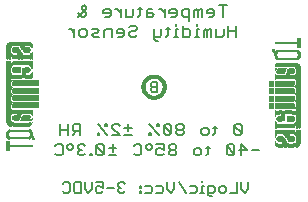
<source format=gbr>
G04 EAGLE Gerber RS-274X export*
G75*
%MOMM*%
%FSLAX34Y34*%
%LPD*%
%INSilkscreen Bottom*%
%IPPOS*%
%AMOC8*
5,1,8,0,0,1.08239X$1,22.5*%
G01*
%ADD10C,0.177800*%
%ADD11C,0.127000*%
%ADD12C,0.304800*%
%ADD13C,0.203200*%
%ADD14R,0.022863X0.462278*%
%ADD15R,0.022863X0.462281*%
%ADD16R,0.022863X0.436881*%
%ADD17R,0.023113X0.462278*%
%ADD18R,0.023113X0.462281*%
%ADD19R,0.023113X0.436881*%
%ADD20R,0.023116X0.462278*%
%ADD21R,0.023116X0.462281*%
%ADD22R,0.023116X0.436881*%
%ADD23R,0.023113X0.022863*%
%ADD24R,0.023116X0.091441*%
%ADD25R,0.023113X0.139700*%
%ADD26R,0.023116X0.185419*%
%ADD27R,0.023113X0.254000*%
%ADD28R,0.023113X0.299719*%
%ADD29R,0.023116X0.345438*%
%ADD30R,0.023113X0.391159*%
%ADD31R,0.023116X0.393700*%
%ADD32R,0.022863X0.325119*%
%ADD33R,0.022863X0.599438*%
%ADD34R,0.022863X0.622300*%
%ADD35R,0.022863X0.530859*%
%ADD36R,0.022863X0.439422*%
%ADD37R,0.022863X0.231138*%
%ADD38R,0.022863X0.071119*%
%ADD39R,0.022863X0.533400*%
%ADD40R,0.022863X0.208281*%
%ADD41R,0.023113X0.345441*%
%ADD42R,0.023113X0.576578*%
%ADD43R,0.023113X0.599438*%
%ADD44R,0.023113X0.508000*%
%ADD45R,0.023113X0.416563*%
%ADD46R,0.023113X0.208278*%
%ADD47R,0.023113X0.553722*%
%ADD48R,0.023113X0.208281*%
%ADD49R,0.023116X0.345441*%
%ADD50R,0.023116X0.530859*%
%ADD51R,0.023116X0.370841*%
%ADD52R,0.023116X0.162559*%
%ADD53R,0.023116X0.576581*%
%ADD54R,0.023116X0.208281*%
%ADD55R,0.023113X0.322578*%
%ADD56R,0.023113X0.485137*%
%ADD57R,0.023113X0.416559*%
%ADD58R,0.023113X0.347981*%
%ADD59R,0.023113X0.116838*%
%ADD60R,0.023113X0.647700*%
%ADD61R,0.023116X0.322581*%
%ADD62R,0.023116X0.485137*%
%ADD63R,0.023116X0.093978*%
%ADD64R,0.023116X0.231141*%
%ADD65R,0.023116X0.693419*%
%ADD66R,0.023113X0.322581*%
%ADD67R,0.023113X0.439419*%
%ADD68R,0.023113X0.370841*%
%ADD69R,0.023113X0.299722*%
%ADD70R,0.023113X0.045719*%
%ADD71R,0.023113X0.739138*%
%ADD72R,0.023113X0.414019*%
%ADD73R,0.023113X0.347978*%
%ADD74R,0.023113X0.762000*%
%ADD75R,0.023116X0.414019*%
%ADD76R,0.023116X0.182881*%
%ADD77R,0.023116X0.347978*%
%ADD78R,0.023116X0.276863*%
%ADD79R,0.023116X0.116841*%
%ADD80R,0.023116X0.276859*%
%ADD81R,0.023116X0.784863*%
%ADD82R,0.023113X0.325119*%
%ADD83R,0.023113X0.276863*%
%ADD84R,0.023113X0.276859*%
%ADD85R,0.023116X0.325119*%
%ADD86R,0.023116X0.391159*%
%ADD87R,0.023116X0.302259*%
%ADD88R,0.023116X0.254000*%
%ADD89R,0.023113X0.302259*%
%ADD90R,0.023113X0.393700*%
%ADD91R,0.023113X0.231141*%
%ADD92R,0.022863X0.302259*%
%ADD93R,0.022863X0.439419*%
%ADD94R,0.022863X0.368300*%
%ADD95R,0.022863X0.391159*%
%ADD96R,0.022863X0.416559*%
%ADD97R,0.022863X0.276863*%
%ADD98R,0.022863X0.205741*%
%ADD99R,0.023113X0.368300*%
%ADD100R,0.023113X0.205741*%
%ADD101R,0.023116X0.368300*%
%ADD102R,0.023116X0.205741*%
%ADD103R,0.023113X0.182881*%
%ADD104R,0.022863X0.276859*%
%ADD105R,0.022863X0.182881*%
%ADD106R,0.023113X0.924559*%
%ADD107R,0.023116X0.924559*%
%ADD108R,0.023113X0.901700*%
%ADD109R,0.023116X0.901700*%
%ADD110R,0.023113X0.878841*%
%ADD111R,0.023116X0.855981*%
%ADD112R,0.023113X0.833119*%
%ADD113R,0.022863X0.787400*%
%ADD114R,0.022863X0.414019*%
%ADD115R,0.022863X0.924559*%
%ADD116R,0.023113X0.739141*%
%ADD117R,0.023116X0.716281*%
%ADD118R,0.023116X0.299722*%
%ADD119R,0.023113X0.670559*%
%ADD120R,0.023116X0.647700*%
%ADD121R,0.023116X0.508000*%
%ADD122R,0.023116X0.299719*%
%ADD123R,0.023113X0.601981*%
%ADD124R,0.023113X0.530859*%
%ADD125R,0.023113X0.231138*%
%ADD126R,0.023113X0.556259*%
%ADD127R,0.023113X0.185419*%
%ADD128R,0.023116X0.533400*%
%ADD129R,0.023116X0.599438*%
%ADD130R,0.023116X0.416563*%
%ADD131R,0.023116X0.116838*%
%ADD132R,0.023113X0.485141*%
%ADD133R,0.023113X0.645159*%
%ADD134R,0.023113X0.716278*%
%ADD135R,0.022863X0.393700*%
%ADD136R,0.022863X0.762000*%
%ADD137R,0.022863X0.624841*%
%ADD138R,0.023113X0.784859*%
%ADD139R,0.023113X0.693422*%
%ADD140R,0.023116X0.830578*%
%ADD141R,0.023116X0.739141*%
%ADD142R,0.023113X0.876300*%
%ADD143R,0.023113X0.807722*%
%ADD144R,0.023116X0.899159*%
%ADD145R,0.023116X0.878841*%
%ADD146R,0.023113X0.922019*%
%ADD147R,0.023113X0.947419*%
%ADD148R,0.023116X0.970278*%
%ADD149R,0.023113X0.970278*%
%ADD150R,0.023116X0.439419*%
%ADD151R,0.022863X0.299722*%
%ADD152R,0.023116X0.416559*%
%ADD153R,0.023116X0.347981*%
%ADD154R,0.023113X0.137159*%
%ADD155R,0.023113X0.093978*%
%ADD156R,0.023113X0.091441*%
%ADD157R,0.023113X0.093981*%
%ADD158R,0.023113X0.114300*%
%ADD159R,0.023116X0.045719*%
%ADD160R,0.023116X0.045722*%
%ADD161R,0.023113X0.071119*%
%ADD162R,0.023113X0.116841*%
%ADD163R,0.023116X0.139700*%
%ADD164R,0.022863X0.322581*%
%ADD165R,0.022863X0.345441*%
%ADD166R,0.022863X0.162559*%
%ADD167R,0.022863X0.576581*%
%ADD168R,0.023113X0.668019*%
%ADD169R,0.023113X0.533400*%
%ADD170R,0.023116X1.455419*%
%ADD171R,0.023116X5.519419*%
%ADD172R,0.023113X1.455419*%
%ADD173R,0.023113X5.519419*%
%ADD174R,0.023116X5.494019*%
%ADD175R,0.023113X1.430019*%
%ADD176R,0.023113X5.494019*%
%ADD177R,0.023116X1.430019*%
%ADD178R,0.023116X5.471159*%
%ADD179R,0.023116X0.762000*%
%ADD180R,0.023113X1.407159*%
%ADD181R,0.023113X5.471159*%
%ADD182R,0.022863X1.384300*%
%ADD183R,0.022863X5.448300*%
%ADD184R,0.022863X0.716278*%
%ADD185R,0.022863X0.878841*%
%ADD186R,0.023113X1.361438*%
%ADD187R,0.023113X5.425438*%
%ADD188R,0.023116X1.338578*%
%ADD189R,0.023116X5.402578*%
%ADD190R,0.023116X0.624841*%
%ADD191R,0.023113X1.292859*%
%ADD192R,0.023113X5.356859*%
%ADD193R,0.023116X1.224278*%
%ADD194R,0.023116X5.288278*%


D10*
X201235Y56157D02*
X201235Y62597D01*
X199625Y64207D01*
X196405Y64207D01*
X194795Y62597D01*
X194795Y56157D01*
X196405Y54547D01*
X199625Y54547D01*
X201235Y56157D01*
X194795Y62597D01*
X178576Y62597D02*
X178576Y56157D01*
X176966Y54547D01*
X176966Y60987D02*
X180186Y60987D01*
X171560Y54547D02*
X168340Y54547D01*
X166730Y56157D01*
X166730Y59377D01*
X168340Y60987D01*
X171560Y60987D01*
X173170Y59377D01*
X173170Y56157D01*
X171560Y54547D01*
X152121Y62597D02*
X150511Y64207D01*
X147291Y64207D01*
X145681Y62597D01*
X145681Y60987D01*
X147291Y59377D01*
X145681Y57767D01*
X145681Y56157D01*
X147291Y54547D01*
X150511Y54547D01*
X152121Y56157D01*
X152121Y57767D01*
X150511Y59377D01*
X152121Y60987D01*
X152121Y62597D01*
X150511Y59377D02*
X147291Y59377D01*
X141596Y56157D02*
X141596Y62597D01*
X139986Y64207D01*
X136766Y64207D01*
X135156Y62597D01*
X135156Y56157D01*
X136766Y54547D01*
X139986Y54547D01*
X141596Y56157D01*
X135156Y62597D01*
X124631Y56157D02*
X124631Y54547D01*
X124631Y56157D02*
X123021Y56157D01*
X123021Y54547D01*
X124631Y54547D01*
X129461Y64207D02*
X131072Y64207D01*
X129461Y64207D02*
X129461Y62597D01*
X131072Y62597D01*
X131072Y64207D01*
X123021Y64207D02*
X131072Y54547D01*
X108268Y54547D02*
X101828Y54547D01*
X101828Y60987D02*
X108268Y60987D01*
X105048Y64207D02*
X105048Y57767D01*
X97744Y54547D02*
X91303Y54547D01*
X91303Y60987D02*
X97744Y54547D01*
X91303Y60987D02*
X91303Y62597D01*
X92914Y64207D01*
X96134Y64207D01*
X97744Y62597D01*
X80779Y56157D02*
X80779Y54547D01*
X80779Y56157D02*
X79169Y56157D01*
X79169Y54547D01*
X80779Y54547D01*
X85609Y64207D02*
X87219Y64207D01*
X85609Y64207D02*
X85609Y62597D01*
X87219Y62597D01*
X87219Y64207D01*
X79169Y64207D02*
X87219Y54547D01*
X64416Y54547D02*
X64416Y64207D01*
X59586Y64207D01*
X57976Y62597D01*
X57976Y59377D01*
X59586Y57767D01*
X64416Y57767D01*
X61196Y57767D02*
X57976Y54547D01*
X53891Y54547D02*
X53891Y64207D01*
X53891Y59377D02*
X47451Y59377D01*
X47451Y64207D02*
X47451Y54547D01*
X209705Y42232D02*
X216145Y42232D01*
X200791Y37402D02*
X200791Y47062D01*
X205621Y42232D01*
X199181Y42232D01*
X195096Y39012D02*
X195096Y45452D01*
X193486Y47062D01*
X190266Y47062D01*
X188656Y45452D01*
X188656Y39012D01*
X190266Y37402D01*
X193486Y37402D01*
X195096Y39012D01*
X188656Y45452D01*
X172437Y45452D02*
X172437Y39012D01*
X170827Y37402D01*
X170827Y43842D02*
X174047Y43842D01*
X165421Y37402D02*
X162200Y37402D01*
X160590Y39012D01*
X160590Y42232D01*
X162200Y43842D01*
X165421Y43842D01*
X167031Y42232D01*
X167031Y39012D01*
X165421Y37402D01*
X145981Y45452D02*
X144371Y47062D01*
X141151Y47062D01*
X139541Y45452D01*
X139541Y43842D01*
X141151Y42232D01*
X139541Y40622D01*
X139541Y39012D01*
X141151Y37402D01*
X144371Y37402D01*
X145981Y39012D01*
X145981Y40622D01*
X144371Y42232D01*
X145981Y43842D01*
X145981Y45452D01*
X144371Y42232D02*
X141151Y42232D01*
X135457Y47062D02*
X129017Y47062D01*
X135457Y47062D02*
X135457Y42232D01*
X132237Y43842D01*
X130627Y43842D01*
X129017Y42232D01*
X129017Y39012D01*
X130627Y37402D01*
X133847Y37402D01*
X135457Y39012D01*
X123322Y47062D02*
X121712Y47062D01*
X120102Y45452D01*
X120102Y43842D01*
X121712Y42232D01*
X123322Y42232D01*
X124932Y43842D01*
X124932Y45452D01*
X123322Y47062D01*
X111332Y47062D02*
X109722Y45452D01*
X111332Y47062D02*
X114552Y47062D01*
X116162Y45452D01*
X116162Y39012D01*
X114552Y37402D01*
X111332Y37402D01*
X109722Y39012D01*
X95113Y37402D02*
X88672Y37402D01*
X88672Y43842D02*
X95113Y43842D01*
X91892Y47062D02*
X91892Y40622D01*
X84588Y39012D02*
X84588Y45452D01*
X82978Y47062D01*
X79758Y47062D01*
X78148Y45452D01*
X78148Y39012D01*
X79758Y37402D01*
X82978Y37402D01*
X84588Y39012D01*
X78148Y45452D01*
X74063Y39012D02*
X74063Y37402D01*
X74063Y39012D02*
X72453Y39012D01*
X72453Y37402D01*
X74063Y37402D01*
X68801Y45452D02*
X67191Y47062D01*
X63971Y47062D01*
X62361Y45452D01*
X62361Y43842D01*
X63971Y42232D01*
X65581Y42232D01*
X63971Y42232D02*
X62361Y40622D01*
X62361Y39012D01*
X63971Y37402D01*
X67191Y37402D01*
X68801Y39012D01*
X56666Y47062D02*
X55056Y47062D01*
X53446Y45452D01*
X53446Y43842D01*
X55056Y42232D01*
X56666Y42232D01*
X58276Y43842D01*
X58276Y45452D01*
X56666Y47062D01*
X44676Y47062D02*
X43066Y45452D01*
X44676Y47062D02*
X47896Y47062D01*
X49506Y45452D01*
X49506Y39012D01*
X47896Y37402D01*
X44676Y37402D01*
X43066Y39012D01*
D11*
X206664Y14613D02*
X206664Y8681D01*
X203698Y5715D01*
X200732Y8681D01*
X200732Y14613D01*
X197309Y14613D02*
X197309Y5715D01*
X191377Y5715D01*
X186470Y5715D02*
X183505Y5715D01*
X182022Y7198D01*
X182022Y10164D01*
X183505Y11647D01*
X186470Y11647D01*
X187953Y10164D01*
X187953Y7198D01*
X186470Y5715D01*
X175632Y2749D02*
X174149Y2749D01*
X172666Y4232D01*
X172666Y11647D01*
X177115Y11647D01*
X178598Y10164D01*
X178598Y7198D01*
X177115Y5715D01*
X172666Y5715D01*
X169243Y11647D02*
X167760Y11647D01*
X167760Y5715D01*
X169243Y5715D02*
X166277Y5715D01*
X167760Y14613D02*
X167760Y16096D01*
X161523Y11647D02*
X157075Y11647D01*
X161523Y11647D02*
X163006Y10164D01*
X163006Y7198D01*
X161523Y5715D01*
X157075Y5715D01*
X153651Y5715D02*
X147719Y14613D01*
X144296Y14613D02*
X144296Y8681D01*
X141330Y5715D01*
X138364Y8681D01*
X138364Y14613D01*
X133458Y11647D02*
X129009Y11647D01*
X133458Y11647D02*
X134941Y10164D01*
X134941Y7198D01*
X133458Y5715D01*
X129009Y5715D01*
X124103Y11647D02*
X119654Y11647D01*
X124103Y11647D02*
X125585Y10164D01*
X125585Y7198D01*
X124103Y5715D01*
X119654Y5715D01*
X116230Y11647D02*
X114747Y11647D01*
X114747Y10164D01*
X116230Y10164D01*
X116230Y11647D01*
X116230Y7198D02*
X114747Y7198D01*
X114747Y5715D01*
X116230Y5715D01*
X116230Y7198D01*
X102198Y13130D02*
X100715Y14613D01*
X97749Y14613D01*
X96266Y13130D01*
X96266Y11647D01*
X97749Y10164D01*
X99232Y10164D01*
X97749Y10164D02*
X96266Y8681D01*
X96266Y7198D01*
X97749Y5715D01*
X100715Y5715D01*
X102198Y7198D01*
X92842Y10164D02*
X86911Y10164D01*
X83487Y14613D02*
X77555Y14613D01*
X83487Y14613D02*
X83487Y10164D01*
X80521Y11647D01*
X79038Y11647D01*
X77555Y10164D01*
X77555Y7198D01*
X79038Y5715D01*
X82004Y5715D01*
X83487Y7198D01*
X74132Y8681D02*
X74132Y14613D01*
X74132Y8681D02*
X71166Y5715D01*
X68200Y8681D01*
X68200Y14613D01*
X64777Y14613D02*
X64777Y5715D01*
X60328Y5715D01*
X58845Y7198D01*
X58845Y13130D01*
X60328Y14613D01*
X64777Y14613D01*
X50973Y14613D02*
X49490Y13130D01*
X50973Y14613D02*
X53939Y14613D01*
X55422Y13130D01*
X55422Y7198D01*
X53939Y5715D01*
X50973Y5715D01*
X49490Y7198D01*
D10*
X185253Y154877D02*
X185253Y164537D01*
X188473Y164537D02*
X182033Y164537D01*
X176338Y154877D02*
X173118Y154877D01*
X176338Y154877D02*
X177948Y156487D01*
X177948Y159707D01*
X176338Y161317D01*
X173118Y161317D01*
X171508Y159707D01*
X171508Y158097D01*
X177948Y158097D01*
X167423Y154877D02*
X167423Y161317D01*
X165813Y161317D01*
X164203Y159707D01*
X164203Y154877D01*
X164203Y159707D02*
X162593Y161317D01*
X160983Y159707D01*
X160983Y154877D01*
X156899Y151656D02*
X156899Y161317D01*
X152069Y161317D01*
X150459Y159707D01*
X150459Y156487D01*
X152069Y154877D01*
X156899Y154877D01*
X144764Y154877D02*
X141544Y154877D01*
X144764Y154877D02*
X146374Y156487D01*
X146374Y159707D01*
X144764Y161317D01*
X141544Y161317D01*
X139934Y159707D01*
X139934Y158097D01*
X146374Y158097D01*
X135850Y154877D02*
X135850Y161317D01*
X135850Y158097D02*
X132630Y161317D01*
X131020Y161317D01*
X125469Y161317D02*
X122249Y161317D01*
X120639Y159707D01*
X120639Y154877D01*
X125469Y154877D01*
X127079Y156487D01*
X125469Y158097D01*
X120639Y158097D01*
X114945Y156487D02*
X114945Y162927D01*
X114945Y156487D02*
X113335Y154877D01*
X113335Y161317D02*
X116555Y161317D01*
X109538Y161317D02*
X109538Y156487D01*
X107928Y154877D01*
X103098Y154877D01*
X103098Y161317D01*
X99014Y161317D02*
X99014Y154877D01*
X99014Y158097D02*
X95794Y161317D01*
X94184Y161317D01*
X88633Y154877D02*
X85413Y154877D01*
X88633Y154877D02*
X90243Y156487D01*
X90243Y159707D01*
X88633Y161317D01*
X85413Y161317D01*
X83803Y159707D01*
X83803Y158097D01*
X90243Y158097D01*
X65974Y154877D02*
X62754Y158097D01*
X65974Y154877D02*
X67584Y154877D01*
X69194Y156487D01*
X69194Y158097D01*
X65974Y161317D01*
X65974Y162927D01*
X67584Y164537D01*
X69194Y162927D01*
X69194Y161317D01*
X62754Y154877D01*
X196366Y147392D02*
X196366Y137732D01*
X196366Y142562D02*
X189926Y142562D01*
X189926Y147392D02*
X189926Y137732D01*
X185842Y139342D02*
X185842Y144172D01*
X185842Y139342D02*
X184231Y137732D01*
X179401Y137732D01*
X179401Y144172D01*
X175317Y144172D02*
X175317Y137732D01*
X175317Y144172D02*
X173707Y144172D01*
X172097Y142562D01*
X172097Y137732D01*
X172097Y142562D02*
X170487Y144172D01*
X168877Y142562D01*
X168877Y137732D01*
X164792Y144172D02*
X163182Y144172D01*
X163182Y137732D01*
X164792Y137732D02*
X161572Y137732D01*
X163182Y147392D02*
X163182Y149002D01*
X151336Y147392D02*
X151336Y137732D01*
X156166Y137732D01*
X157776Y139342D01*
X157776Y142562D01*
X156166Y144172D01*
X151336Y144172D01*
X147251Y144172D02*
X145641Y144172D01*
X145641Y137732D01*
X147251Y137732D02*
X144031Y137732D01*
X145641Y147392D02*
X145641Y149002D01*
X138625Y145782D02*
X138625Y139342D01*
X137015Y137732D01*
X137015Y144172D02*
X140235Y144172D01*
X133219Y144172D02*
X133219Y139342D01*
X131609Y137732D01*
X126778Y137732D01*
X126778Y136121D02*
X126778Y144172D01*
X126778Y136121D02*
X128388Y134511D01*
X129999Y134511D01*
X107339Y147392D02*
X105729Y145782D01*
X107339Y147392D02*
X110559Y147392D01*
X112169Y145782D01*
X112169Y144172D01*
X110559Y142562D01*
X107339Y142562D01*
X105729Y140952D01*
X105729Y139342D01*
X107339Y137732D01*
X110559Y137732D01*
X112169Y139342D01*
X100035Y137732D02*
X96815Y137732D01*
X100035Y137732D02*
X101645Y139342D01*
X101645Y142562D01*
X100035Y144172D01*
X96815Y144172D01*
X95205Y142562D01*
X95205Y140952D01*
X101645Y140952D01*
X91120Y137732D02*
X91120Y144172D01*
X86290Y144172D01*
X84680Y142562D01*
X84680Y137732D01*
X80596Y137732D02*
X75766Y137732D01*
X74155Y139342D01*
X75766Y140952D01*
X78986Y140952D01*
X80596Y142562D01*
X78986Y144172D01*
X74155Y144172D01*
X68461Y137732D02*
X65241Y137732D01*
X63631Y139342D01*
X63631Y142562D01*
X65241Y144172D01*
X68461Y144172D01*
X70071Y142562D01*
X70071Y139342D01*
X68461Y137732D01*
X59546Y137732D02*
X59546Y144172D01*
X59546Y140952D02*
X56326Y144172D01*
X54716Y144172D01*
D12*
X118020Y95250D02*
X118023Y95470D01*
X118031Y95691D01*
X118044Y95911D01*
X118063Y96130D01*
X118088Y96349D01*
X118117Y96568D01*
X118152Y96785D01*
X118193Y97002D01*
X118238Y97218D01*
X118289Y97432D01*
X118345Y97645D01*
X118407Y97857D01*
X118473Y98067D01*
X118545Y98275D01*
X118622Y98482D01*
X118704Y98686D01*
X118790Y98889D01*
X118882Y99089D01*
X118979Y99288D01*
X119080Y99483D01*
X119187Y99676D01*
X119298Y99867D01*
X119413Y100054D01*
X119533Y100239D01*
X119658Y100421D01*
X119787Y100599D01*
X119921Y100775D01*
X120058Y100947D01*
X120200Y101115D01*
X120346Y101281D01*
X120496Y101442D01*
X120650Y101600D01*
X120808Y101754D01*
X120969Y101904D01*
X121135Y102050D01*
X121303Y102192D01*
X121475Y102329D01*
X121651Y102463D01*
X121829Y102592D01*
X122011Y102717D01*
X122196Y102837D01*
X122383Y102952D01*
X122574Y103063D01*
X122767Y103170D01*
X122962Y103271D01*
X123161Y103368D01*
X123361Y103460D01*
X123564Y103546D01*
X123768Y103628D01*
X123975Y103705D01*
X124183Y103777D01*
X124393Y103843D01*
X124605Y103905D01*
X124818Y103961D01*
X125032Y104012D01*
X125248Y104057D01*
X125465Y104098D01*
X125682Y104133D01*
X125901Y104162D01*
X126120Y104187D01*
X126339Y104206D01*
X126559Y104219D01*
X126780Y104227D01*
X127000Y104230D01*
X127220Y104227D01*
X127441Y104219D01*
X127661Y104206D01*
X127880Y104187D01*
X128099Y104162D01*
X128318Y104133D01*
X128535Y104098D01*
X128752Y104057D01*
X128968Y104012D01*
X129182Y103961D01*
X129395Y103905D01*
X129607Y103843D01*
X129817Y103777D01*
X130025Y103705D01*
X130232Y103628D01*
X130436Y103546D01*
X130639Y103460D01*
X130839Y103368D01*
X131038Y103271D01*
X131233Y103170D01*
X131426Y103063D01*
X131617Y102952D01*
X131804Y102837D01*
X131989Y102717D01*
X132171Y102592D01*
X132349Y102463D01*
X132525Y102329D01*
X132697Y102192D01*
X132865Y102050D01*
X133031Y101904D01*
X133192Y101754D01*
X133350Y101600D01*
X133504Y101442D01*
X133654Y101281D01*
X133800Y101115D01*
X133942Y100947D01*
X134079Y100775D01*
X134213Y100599D01*
X134342Y100421D01*
X134467Y100239D01*
X134587Y100054D01*
X134702Y99867D01*
X134813Y99676D01*
X134920Y99483D01*
X135021Y99288D01*
X135118Y99089D01*
X135210Y98889D01*
X135296Y98686D01*
X135378Y98482D01*
X135455Y98275D01*
X135527Y98067D01*
X135593Y97857D01*
X135655Y97645D01*
X135711Y97432D01*
X135762Y97218D01*
X135807Y97002D01*
X135848Y96785D01*
X135883Y96568D01*
X135912Y96349D01*
X135937Y96130D01*
X135956Y95911D01*
X135969Y95691D01*
X135977Y95470D01*
X135980Y95250D01*
X135977Y95030D01*
X135969Y94809D01*
X135956Y94589D01*
X135937Y94370D01*
X135912Y94151D01*
X135883Y93932D01*
X135848Y93715D01*
X135807Y93498D01*
X135762Y93282D01*
X135711Y93068D01*
X135655Y92855D01*
X135593Y92643D01*
X135527Y92433D01*
X135455Y92225D01*
X135378Y92018D01*
X135296Y91814D01*
X135210Y91611D01*
X135118Y91411D01*
X135021Y91212D01*
X134920Y91017D01*
X134813Y90824D01*
X134702Y90633D01*
X134587Y90446D01*
X134467Y90261D01*
X134342Y90079D01*
X134213Y89901D01*
X134079Y89725D01*
X133942Y89553D01*
X133800Y89385D01*
X133654Y89219D01*
X133504Y89058D01*
X133350Y88900D01*
X133192Y88746D01*
X133031Y88596D01*
X132865Y88450D01*
X132697Y88308D01*
X132525Y88171D01*
X132349Y88037D01*
X132171Y87908D01*
X131989Y87783D01*
X131804Y87663D01*
X131617Y87548D01*
X131426Y87437D01*
X131233Y87330D01*
X131038Y87229D01*
X130839Y87132D01*
X130639Y87040D01*
X130436Y86954D01*
X130232Y86872D01*
X130025Y86795D01*
X129817Y86723D01*
X129607Y86657D01*
X129395Y86595D01*
X129182Y86539D01*
X128968Y86488D01*
X128752Y86443D01*
X128535Y86402D01*
X128318Y86367D01*
X128099Y86338D01*
X127880Y86313D01*
X127661Y86294D01*
X127441Y86281D01*
X127220Y86273D01*
X127000Y86270D01*
X126780Y86273D01*
X126559Y86281D01*
X126339Y86294D01*
X126120Y86313D01*
X125901Y86338D01*
X125682Y86367D01*
X125465Y86402D01*
X125248Y86443D01*
X125032Y86488D01*
X124818Y86539D01*
X124605Y86595D01*
X124393Y86657D01*
X124183Y86723D01*
X123975Y86795D01*
X123768Y86872D01*
X123564Y86954D01*
X123361Y87040D01*
X123161Y87132D01*
X122962Y87229D01*
X122767Y87330D01*
X122574Y87437D01*
X122383Y87548D01*
X122196Y87663D01*
X122011Y87783D01*
X121829Y87908D01*
X121651Y88037D01*
X121475Y88171D01*
X121303Y88308D01*
X121135Y88450D01*
X120969Y88596D01*
X120808Y88746D01*
X120650Y88900D01*
X120496Y89058D01*
X120346Y89219D01*
X120200Y89385D01*
X120058Y89553D01*
X119921Y89725D01*
X119787Y89901D01*
X119658Y90079D01*
X119533Y90261D01*
X119413Y90446D01*
X119298Y90633D01*
X119187Y90824D01*
X119080Y91017D01*
X118979Y91212D01*
X118882Y91411D01*
X118790Y91611D01*
X118704Y91814D01*
X118622Y92018D01*
X118545Y92225D01*
X118473Y92433D01*
X118407Y92643D01*
X118345Y92855D01*
X118289Y93068D01*
X118238Y93282D01*
X118193Y93498D01*
X118152Y93715D01*
X118117Y93932D01*
X118088Y94151D01*
X118063Y94370D01*
X118044Y94589D01*
X118031Y94809D01*
X118023Y95030D01*
X118020Y95250D01*
D13*
X129540Y91186D02*
X129540Y99321D01*
X125473Y99321D01*
X124117Y97965D01*
X124117Y96609D01*
X125473Y95253D01*
X124117Y93898D01*
X124117Y92542D01*
X125473Y91186D01*
X129540Y91186D01*
X129540Y95253D02*
X125473Y95253D01*
D14*
X224790Y79197D03*
D15*
X224790Y85446D03*
X224790Y91669D03*
D16*
X224790Y98019D03*
D17*
X225020Y79197D03*
D18*
X225020Y85446D03*
X225020Y91669D03*
D19*
X225020Y98019D03*
D20*
X225251Y79197D03*
D21*
X225251Y85446D03*
X225251Y91669D03*
D22*
X225251Y98019D03*
D17*
X225482Y79197D03*
D18*
X225482Y85446D03*
X225482Y91669D03*
D19*
X225482Y98019D03*
D20*
X225713Y79197D03*
D21*
X225713Y85446D03*
X225713Y91669D03*
D22*
X225713Y98019D03*
D17*
X225944Y79197D03*
D18*
X225944Y85446D03*
X225944Y91669D03*
D19*
X225944Y98019D03*
D17*
X226176Y79197D03*
D18*
X226176Y85446D03*
X226176Y91669D03*
D19*
X226176Y98019D03*
D20*
X226407Y79197D03*
D21*
X226407Y85446D03*
X226407Y91669D03*
D22*
X226407Y98019D03*
D17*
X226638Y79197D03*
D18*
X226638Y85446D03*
X226638Y91669D03*
D19*
X226638Y98019D03*
D20*
X226869Y79197D03*
D21*
X226869Y85446D03*
X226869Y91669D03*
D22*
X226869Y98019D03*
D17*
X227100Y79197D03*
D18*
X227100Y85446D03*
X227100Y91669D03*
D19*
X227100Y98019D03*
D14*
X227330Y79197D03*
D15*
X227330Y85446D03*
X227330Y91669D03*
D16*
X227330Y98019D03*
D17*
X227560Y79197D03*
D18*
X227560Y85446D03*
X227560Y91669D03*
D19*
X227560Y98019D03*
D23*
X227560Y126429D03*
D20*
X227791Y79197D03*
D21*
X227791Y85446D03*
X227791Y91669D03*
D22*
X227791Y98019D03*
D24*
X227791Y126314D03*
D17*
X228022Y79197D03*
D18*
X228022Y85446D03*
X228022Y91669D03*
D19*
X228022Y98019D03*
D25*
X228022Y126073D03*
D20*
X228253Y79197D03*
D21*
X228253Y85446D03*
X228253Y91669D03*
D22*
X228253Y98019D03*
D26*
X228253Y126073D03*
D17*
X228484Y79197D03*
D18*
X228484Y85446D03*
X228484Y91669D03*
D19*
X228484Y98019D03*
D27*
X228484Y125959D03*
D17*
X228716Y79197D03*
D18*
X228716Y85446D03*
X228716Y91669D03*
D19*
X228716Y98019D03*
D28*
X228716Y125730D03*
D20*
X228947Y79197D03*
D21*
X228947Y85446D03*
X228947Y91669D03*
D22*
X228947Y98019D03*
D29*
X228947Y125730D03*
D30*
X229178Y125501D03*
D31*
X229409Y125032D03*
D17*
X229640Y124003D03*
D32*
X229870Y48031D03*
D33*
X229870Y55880D03*
D34*
X229870Y63614D03*
D35*
X229870Y72631D03*
D14*
X229870Y79197D03*
D15*
X229870Y85446D03*
X229870Y91669D03*
D16*
X229870Y98019D03*
D36*
X229870Y104254D03*
D37*
X229870Y109919D03*
D38*
X229870Y113030D03*
D39*
X229870Y123190D03*
D40*
X229870Y132436D03*
D41*
X230100Y47676D03*
D42*
X230100Y55994D03*
D43*
X230100Y63500D03*
D44*
X230100Y72746D03*
D17*
X230100Y79197D03*
D18*
X230100Y85446D03*
X230100Y91669D03*
D19*
X230100Y98019D03*
D45*
X230100Y104140D03*
D46*
X230100Y110033D03*
D25*
X230100Y113373D03*
D47*
X230100Y122606D03*
D48*
X230100Y132436D03*
D49*
X230331Y47219D03*
D50*
X230331Y56223D03*
X230331Y63157D03*
D20*
X230331Y72974D03*
X230331Y79197D03*
D21*
X230331Y85446D03*
X230331Y91669D03*
D22*
X230331Y98019D03*
D51*
X230331Y103911D03*
D52*
X230331Y110261D03*
D26*
X230331Y113602D03*
D53*
X230331Y122492D03*
D54*
X230331Y132436D03*
D55*
X230562Y46876D03*
D56*
X230562Y56452D03*
D44*
X230562Y63043D03*
D57*
X230562Y73203D03*
D17*
X230562Y79197D03*
D18*
X230562Y85446D03*
X230562Y91669D03*
D19*
X230562Y98019D03*
D58*
X230562Y103797D03*
D59*
X230562Y110490D03*
D46*
X230562Y113716D03*
D60*
X230562Y122619D03*
D48*
X230562Y132436D03*
D61*
X230793Y46647D03*
D20*
X230793Y56566D03*
D62*
X230793Y62929D03*
D31*
X230793Y73317D03*
D20*
X230793Y79197D03*
D21*
X230793Y85446D03*
X230793Y91669D03*
D22*
X230793Y98019D03*
D61*
X230793Y103670D03*
D63*
X230793Y110604D03*
D64*
X230793Y113830D03*
D65*
X230793Y122619D03*
D54*
X230793Y132436D03*
D66*
X231024Y46419D03*
D67*
X231024Y56680D03*
D17*
X231024Y62814D03*
D68*
X231024Y73431D03*
D17*
X231024Y79197D03*
D18*
X231024Y85446D03*
X231024Y91669D03*
D19*
X231024Y98019D03*
D69*
X231024Y103556D03*
D70*
X231024Y110846D03*
D27*
X231024Y113944D03*
D71*
X231024Y122619D03*
D48*
X231024Y132436D03*
D66*
X231256Y46190D03*
D72*
X231256Y56807D03*
D67*
X231256Y62700D03*
D73*
X231256Y73546D03*
D17*
X231256Y79197D03*
D18*
X231256Y85446D03*
X231256Y91669D03*
D19*
X231256Y98019D03*
D69*
X231256Y103556D03*
D27*
X231256Y113944D03*
D74*
X231256Y122504D03*
D48*
X231256Y132436D03*
D61*
X231487Y46190D03*
D64*
X231487Y51270D03*
D75*
X231487Y56807D03*
X231487Y62573D03*
D76*
X231487Y68351D03*
D77*
X231487Y73546D03*
D20*
X231487Y79197D03*
D21*
X231487Y85446D03*
X231487Y91669D03*
D22*
X231487Y98019D03*
D78*
X231487Y103442D03*
D79*
X231487Y108179D03*
D80*
X231487Y114059D03*
D81*
X231487Y122619D03*
D54*
X231487Y132436D03*
D82*
X231718Y45949D03*
D66*
X231718Y51270D03*
D30*
X231718Y56921D03*
D72*
X231718Y62573D03*
D82*
X231718Y68351D03*
X231718Y73660D03*
D17*
X231718Y79197D03*
D18*
X231718Y85446D03*
X231718Y91669D03*
D19*
X231718Y98019D03*
D83*
X231718Y103442D03*
D84*
X231718Y108293D03*
X231718Y114059D03*
D83*
X231718Y120079D03*
D84*
X231718Y125387D03*
D48*
X231718Y132436D03*
D85*
X231949Y45949D03*
D51*
X231949Y51257D03*
D86*
X231949Y56921D03*
D75*
X231949Y62573D03*
D51*
X231949Y68351D03*
D85*
X231949Y73660D03*
D20*
X231949Y79197D03*
D21*
X231949Y85446D03*
X231949Y91669D03*
D22*
X231949Y98019D03*
D78*
X231949Y103442D03*
D49*
X231949Y108407D03*
D87*
X231949Y114186D03*
D88*
X231949Y119736D03*
D64*
X231949Y125616D03*
D54*
X231949Y132436D03*
D82*
X232180Y45949D03*
D57*
X232180Y51257D03*
D30*
X232180Y56921D03*
X232180Y62459D03*
D57*
X232180Y68351D03*
D89*
X232180Y73774D03*
D17*
X232180Y79197D03*
D18*
X232180Y85446D03*
X232180Y91669D03*
D19*
X232180Y98019D03*
D83*
X232180Y103442D03*
D90*
X232180Y108649D03*
D89*
X232180Y114186D03*
D91*
X232180Y119621D03*
D48*
X232180Y125730D03*
X232180Y132436D03*
D92*
X232410Y45834D03*
D93*
X232410Y51143D03*
D94*
X232410Y57036D03*
D95*
X232410Y62459D03*
D96*
X232410Y68351D03*
D92*
X232410Y73774D03*
D14*
X232410Y79197D03*
D15*
X232410Y85446D03*
X232410Y91669D03*
D16*
X232410Y98019D03*
D97*
X232410Y103442D03*
D93*
X232410Y108649D03*
D92*
X232410Y114186D03*
D98*
X232410Y119494D03*
D40*
X232410Y125730D03*
X232410Y132436D03*
D89*
X232640Y45834D03*
D17*
X232640Y51257D03*
D99*
X232640Y57036D03*
D30*
X232640Y62459D03*
D18*
X232640Y68351D03*
D89*
X232640Y73774D03*
D17*
X232640Y79197D03*
D18*
X232640Y85446D03*
X232640Y91669D03*
D19*
X232640Y98019D03*
D83*
X232640Y103442D03*
D17*
X232640Y108763D03*
D89*
X232640Y114186D03*
D100*
X232640Y119494D03*
D48*
X232640Y125959D03*
X232640Y132436D03*
D87*
X232871Y45834D03*
D20*
X232871Y51257D03*
D101*
X232871Y57036D03*
D86*
X232871Y62459D03*
D21*
X232871Y68351D03*
D87*
X232871Y73774D03*
D20*
X232871Y79197D03*
D21*
X232871Y85446D03*
X232871Y91669D03*
D22*
X232871Y98019D03*
D78*
X232871Y103442D03*
D20*
X232871Y108763D03*
D87*
X232871Y114186D03*
D102*
X232871Y119494D03*
D54*
X232871Y125959D03*
X232871Y132436D03*
D89*
X233102Y45834D03*
D17*
X233102Y51257D03*
D99*
X233102Y57036D03*
X233102Y62344D03*
D18*
X233102Y68351D03*
D89*
X233102Y73774D03*
D17*
X233102Y79197D03*
D18*
X233102Y85446D03*
X233102Y91669D03*
D19*
X233102Y98019D03*
D83*
X233102Y103442D03*
D17*
X233102Y108763D03*
D89*
X233102Y114186D03*
D100*
X233102Y119494D03*
D48*
X233102Y125959D03*
X233102Y132436D03*
D87*
X233333Y45834D03*
D20*
X233333Y51257D03*
D101*
X233333Y57036D03*
X233333Y62344D03*
D21*
X233333Y68351D03*
D87*
X233333Y73774D03*
D20*
X233333Y79197D03*
D21*
X233333Y85446D03*
X233333Y91669D03*
D22*
X233333Y98019D03*
D78*
X233333Y103442D03*
D20*
X233333Y108763D03*
D87*
X233333Y114186D03*
D76*
X233333Y119380D03*
D54*
X233333Y125959D03*
X233333Y132436D03*
D89*
X233564Y45834D03*
D17*
X233564Y51257D03*
D99*
X233564Y57036D03*
X233564Y62344D03*
D18*
X233564Y68351D03*
D89*
X233564Y73774D03*
D17*
X233564Y79197D03*
D18*
X233564Y85446D03*
X233564Y91669D03*
D19*
X233564Y98019D03*
D83*
X233564Y103442D03*
D17*
X233564Y108763D03*
D89*
X233564Y114186D03*
D103*
X233564Y119380D03*
D48*
X233564Y125959D03*
X233564Y132436D03*
D89*
X233796Y45834D03*
D17*
X233796Y51257D03*
D99*
X233796Y57036D03*
X233796Y62344D03*
D18*
X233796Y68351D03*
D84*
X233796Y73901D03*
D17*
X233796Y79197D03*
D18*
X233796Y85446D03*
X233796Y91669D03*
D19*
X233796Y98019D03*
D83*
X233796Y103442D03*
D17*
X233796Y108763D03*
D89*
X233796Y114186D03*
D103*
X233796Y119380D03*
D48*
X233796Y125959D03*
X233796Y132436D03*
D87*
X234027Y45834D03*
D20*
X234027Y51257D03*
D101*
X234027Y57036D03*
X234027Y62344D03*
D21*
X234027Y68351D03*
D80*
X234027Y73901D03*
D20*
X234027Y79197D03*
D21*
X234027Y85446D03*
X234027Y91669D03*
D22*
X234027Y98019D03*
D78*
X234027Y103442D03*
D20*
X234027Y108763D03*
D87*
X234027Y114186D03*
D76*
X234027Y119380D03*
D54*
X234027Y125959D03*
X234027Y132436D03*
D89*
X234258Y45834D03*
D17*
X234258Y51257D03*
D99*
X234258Y57036D03*
X234258Y62344D03*
D18*
X234258Y68351D03*
D84*
X234258Y73901D03*
D17*
X234258Y79197D03*
D18*
X234258Y85446D03*
X234258Y91669D03*
D19*
X234258Y98019D03*
D83*
X234258Y103442D03*
D17*
X234258Y108763D03*
D89*
X234258Y114186D03*
D103*
X234258Y119380D03*
D48*
X234258Y125959D03*
X234258Y132436D03*
D87*
X234489Y45834D03*
D20*
X234489Y51257D03*
D101*
X234489Y57036D03*
X234489Y62344D03*
D21*
X234489Y68351D03*
D80*
X234489Y73901D03*
D20*
X234489Y79197D03*
D21*
X234489Y85446D03*
X234489Y91669D03*
D22*
X234489Y98019D03*
D78*
X234489Y103442D03*
D20*
X234489Y108763D03*
D87*
X234489Y114186D03*
D76*
X234489Y119380D03*
D54*
X234489Y125959D03*
X234489Y132436D03*
D89*
X234720Y45834D03*
D17*
X234720Y51257D03*
D99*
X234720Y57036D03*
X234720Y62344D03*
D18*
X234720Y68351D03*
D84*
X234720Y73901D03*
D17*
X234720Y79197D03*
D18*
X234720Y85446D03*
X234720Y91669D03*
D19*
X234720Y98019D03*
D83*
X234720Y103442D03*
D17*
X234720Y108763D03*
D89*
X234720Y114186D03*
D103*
X234720Y119380D03*
D48*
X234720Y125959D03*
X234720Y132436D03*
D92*
X234950Y45834D03*
D14*
X234950Y51257D03*
D94*
X234950Y57036D03*
X234950Y62344D03*
D15*
X234950Y68351D03*
D104*
X234950Y73901D03*
D14*
X234950Y79197D03*
D15*
X234950Y85446D03*
X234950Y91669D03*
D16*
X234950Y98019D03*
D97*
X234950Y103442D03*
D14*
X234950Y108763D03*
D92*
X234950Y114186D03*
D105*
X234950Y119380D03*
D40*
X234950Y125959D03*
X234950Y132436D03*
D89*
X235180Y45834D03*
D17*
X235180Y51257D03*
D99*
X235180Y57036D03*
X235180Y62344D03*
D18*
X235180Y68351D03*
D84*
X235180Y73901D03*
D17*
X235180Y79197D03*
D18*
X235180Y85446D03*
X235180Y91669D03*
D19*
X235180Y98019D03*
D83*
X235180Y103442D03*
D17*
X235180Y108763D03*
D89*
X235180Y114186D03*
D103*
X235180Y119380D03*
D48*
X235180Y125959D03*
X235180Y132436D03*
D87*
X235411Y45834D03*
D20*
X235411Y51257D03*
D101*
X235411Y57036D03*
X235411Y62344D03*
D21*
X235411Y68351D03*
D80*
X235411Y73901D03*
D20*
X235411Y79197D03*
D21*
X235411Y85446D03*
X235411Y91669D03*
D22*
X235411Y98019D03*
D78*
X235411Y103442D03*
D20*
X235411Y108763D03*
D87*
X235411Y114186D03*
D76*
X235411Y119380D03*
D54*
X235411Y125959D03*
X235411Y132436D03*
D89*
X235642Y45834D03*
D17*
X235642Y51257D03*
D99*
X235642Y57036D03*
X235642Y62344D03*
D106*
X235642Y70663D03*
D17*
X235642Y79197D03*
D18*
X235642Y85446D03*
X235642Y91669D03*
D19*
X235642Y98019D03*
D83*
X235642Y103442D03*
D17*
X235642Y108763D03*
D89*
X235642Y114186D03*
D103*
X235642Y119380D03*
D48*
X235642Y125959D03*
X235642Y132436D03*
D87*
X235873Y45834D03*
D20*
X235873Y51257D03*
D101*
X235873Y57036D03*
X235873Y62344D03*
D107*
X235873Y70663D03*
D20*
X235873Y79197D03*
D21*
X235873Y85446D03*
X235873Y91669D03*
D22*
X235873Y98019D03*
D78*
X235873Y103442D03*
D20*
X235873Y108763D03*
D87*
X235873Y114186D03*
D76*
X235873Y119380D03*
D54*
X235873Y125959D03*
X235873Y132436D03*
D89*
X236104Y45834D03*
D67*
X236104Y51143D03*
D99*
X236104Y57036D03*
X236104Y62344D03*
D106*
X236104Y70663D03*
D17*
X236104Y79197D03*
D18*
X236104Y85446D03*
X236104Y91669D03*
D19*
X236104Y98019D03*
D83*
X236104Y103442D03*
D17*
X236104Y108763D03*
D89*
X236104Y114186D03*
D103*
X236104Y119380D03*
D48*
X236104Y125959D03*
X236104Y132436D03*
D108*
X236336Y48832D03*
D99*
X236336Y57036D03*
X236336Y62344D03*
D106*
X236336Y70663D03*
D17*
X236336Y79197D03*
D18*
X236336Y85446D03*
X236336Y91669D03*
D19*
X236336Y98019D03*
D83*
X236336Y103442D03*
D17*
X236336Y108763D03*
D89*
X236336Y114186D03*
D103*
X236336Y119380D03*
D48*
X236336Y125959D03*
X236336Y132436D03*
D109*
X236567Y48832D03*
D101*
X236567Y57036D03*
X236567Y62344D03*
D107*
X236567Y70663D03*
D20*
X236567Y79197D03*
D21*
X236567Y85446D03*
X236567Y91669D03*
D22*
X236567Y98019D03*
D78*
X236567Y103442D03*
D20*
X236567Y108763D03*
D87*
X236567Y114186D03*
D76*
X236567Y119380D03*
D54*
X236567Y125959D03*
X236567Y132436D03*
D110*
X236798Y48717D03*
D30*
X236798Y56921D03*
D99*
X236798Y62344D03*
D106*
X236798Y70663D03*
D17*
X236798Y79197D03*
D18*
X236798Y85446D03*
X236798Y91669D03*
D19*
X236798Y98019D03*
D83*
X236798Y103442D03*
D17*
X236798Y108763D03*
D89*
X236798Y114186D03*
D103*
X236798Y119380D03*
D48*
X236798Y125959D03*
X236798Y132436D03*
D111*
X237029Y48603D03*
D86*
X237029Y56921D03*
D101*
X237029Y62344D03*
D107*
X237029Y70663D03*
D20*
X237029Y79197D03*
D21*
X237029Y85446D03*
X237029Y91669D03*
D22*
X237029Y98019D03*
D78*
X237029Y103442D03*
D20*
X237029Y108763D03*
D87*
X237029Y114186D03*
D76*
X237029Y119380D03*
D54*
X237029Y125959D03*
X237029Y132436D03*
D112*
X237260Y48489D03*
D72*
X237260Y56807D03*
D99*
X237260Y62344D03*
D106*
X237260Y70663D03*
D17*
X237260Y79197D03*
D18*
X237260Y85446D03*
X237260Y91669D03*
D19*
X237260Y98019D03*
D83*
X237260Y103442D03*
D67*
X237260Y108877D03*
D89*
X237260Y114186D03*
D103*
X237260Y119380D03*
D48*
X237260Y125959D03*
X237260Y132436D03*
D113*
X237490Y48260D03*
D114*
X237490Y56807D03*
D94*
X237490Y62344D03*
D115*
X237490Y70663D03*
D14*
X237490Y79197D03*
D15*
X237490Y85446D03*
X237490Y91669D03*
D16*
X237490Y98019D03*
D97*
X237490Y103442D03*
D93*
X237490Y108877D03*
D92*
X237490Y114186D03*
D105*
X237490Y119380D03*
D40*
X237490Y125959D03*
X237490Y132436D03*
D116*
X237720Y48019D03*
D67*
X237720Y56680D03*
D99*
X237720Y62344D03*
D106*
X237720Y70663D03*
D17*
X237720Y79197D03*
D18*
X237720Y85446D03*
X237720Y91669D03*
D19*
X237720Y98019D03*
D69*
X237720Y103556D03*
D57*
X237720Y108991D03*
D89*
X237720Y114186D03*
D103*
X237720Y119380D03*
D48*
X237720Y125959D03*
X237720Y132436D03*
D117*
X237951Y47904D03*
D20*
X237951Y56566D03*
D101*
X237951Y62344D03*
D107*
X237951Y70663D03*
D20*
X237951Y79197D03*
D21*
X237951Y85446D03*
X237951Y91669D03*
D22*
X237951Y98019D03*
D118*
X237951Y103556D03*
D31*
X237951Y109106D03*
D87*
X237951Y114186D03*
D76*
X237951Y119380D03*
D54*
X237951Y125959D03*
X237951Y132436D03*
D119*
X238182Y47676D03*
D56*
X238182Y56452D03*
D99*
X238182Y62344D03*
D106*
X238182Y70663D03*
D17*
X238182Y79197D03*
D18*
X238182Y85446D03*
X238182Y91669D03*
D19*
X238182Y98019D03*
D66*
X238182Y103670D03*
D73*
X238182Y109334D03*
D89*
X238182Y114186D03*
D103*
X238182Y119380D03*
D48*
X238182Y125959D03*
X238182Y132436D03*
D120*
X238413Y47562D03*
D121*
X238413Y56337D03*
D101*
X238413Y62344D03*
D80*
X238413Y73901D03*
D20*
X238413Y79197D03*
D21*
X238413Y85446D03*
X238413Y91669D03*
D22*
X238413Y98019D03*
D61*
X238413Y103670D03*
D122*
X238413Y109576D03*
D87*
X238413Y114186D03*
D76*
X238413Y119380D03*
D54*
X238413Y125959D03*
X238413Y132436D03*
D123*
X238644Y47333D03*
D124*
X238644Y56223D03*
D99*
X238644Y62344D03*
D84*
X238644Y73901D03*
D17*
X238644Y79197D03*
D18*
X238644Y85446D03*
X238644Y91669D03*
D19*
X238644Y98019D03*
D58*
X238644Y103797D03*
D125*
X238644Y109919D03*
D89*
X238644Y114186D03*
D103*
X238644Y119380D03*
D48*
X238644Y125959D03*
X238644Y132436D03*
D126*
X238876Y47104D03*
D42*
X238876Y55994D03*
D99*
X238876Y62344D03*
D84*
X238876Y73901D03*
D17*
X238876Y79197D03*
D18*
X238876Y85446D03*
X238876Y91669D03*
D19*
X238876Y98019D03*
D68*
X238876Y103911D03*
D127*
X238876Y110147D03*
D89*
X238876Y114186D03*
D103*
X238876Y119380D03*
D48*
X238876Y125959D03*
X238876Y132436D03*
D128*
X239107Y46990D03*
D129*
X239107Y55880D03*
D101*
X239107Y62344D03*
D80*
X239107Y73901D03*
D20*
X239107Y79197D03*
D21*
X239107Y85446D03*
X239107Y91669D03*
D22*
X239107Y98019D03*
D130*
X239107Y104140D03*
D131*
X239107Y110490D03*
D87*
X239107Y114186D03*
D76*
X239107Y119380D03*
D54*
X239107Y125959D03*
X239107Y132436D03*
D132*
X239338Y46749D03*
D133*
X239338Y55651D03*
D99*
X239338Y62344D03*
D84*
X239338Y73901D03*
D17*
X239338Y79197D03*
D18*
X239338Y85446D03*
X239338Y91669D03*
D19*
X239338Y98019D03*
D18*
X239338Y104369D03*
D70*
X239338Y110846D03*
D89*
X239338Y114186D03*
D103*
X239338Y119380D03*
D48*
X239338Y125959D03*
X239338Y132436D03*
D21*
X239569Y46634D03*
D65*
X239569Y55410D03*
D101*
X239569Y62344D03*
D80*
X239569Y73901D03*
D20*
X239569Y79197D03*
D21*
X239569Y85446D03*
X239569Y91669D03*
D22*
X239569Y98019D03*
D121*
X239569Y104597D03*
D87*
X239569Y114186D03*
D76*
X239569Y119380D03*
D54*
X239569Y125959D03*
X239569Y132436D03*
D57*
X239800Y46406D03*
D134*
X239800Y55296D03*
D99*
X239800Y62344D03*
D84*
X239800Y73901D03*
D17*
X239800Y79197D03*
D18*
X239800Y85446D03*
X239800Y91669D03*
D19*
X239800Y98019D03*
D47*
X239800Y104826D03*
D89*
X239800Y114186D03*
D103*
X239800Y119380D03*
D48*
X239800Y125959D03*
X239800Y132436D03*
D135*
X240030Y46292D03*
D136*
X240030Y55067D03*
D94*
X240030Y62344D03*
D15*
X240030Y68351D03*
D104*
X240030Y73901D03*
D14*
X240030Y79197D03*
D15*
X240030Y85446D03*
X240030Y91669D03*
D16*
X240030Y98019D03*
D137*
X240030Y105181D03*
D92*
X240030Y114186D03*
D105*
X240030Y119380D03*
D40*
X240030Y125959D03*
X240030Y132436D03*
D68*
X240260Y46177D03*
D138*
X240260Y54953D03*
D99*
X240260Y62344D03*
D18*
X240260Y68351D03*
D84*
X240260Y73901D03*
D17*
X240260Y79197D03*
D18*
X240260Y85446D03*
X240260Y91669D03*
D19*
X240260Y98019D03*
D139*
X240260Y105524D03*
D89*
X240260Y114186D03*
D103*
X240260Y119380D03*
D48*
X240260Y125959D03*
X240260Y132436D03*
D51*
X240491Y46177D03*
D140*
X240491Y54724D03*
D101*
X240491Y62344D03*
D21*
X240491Y68351D03*
D80*
X240491Y73901D03*
D20*
X240491Y79197D03*
D21*
X240491Y85446D03*
X240491Y91669D03*
D22*
X240491Y98019D03*
D141*
X240491Y105753D03*
D87*
X240491Y114186D03*
D76*
X240491Y119380D03*
D54*
X240491Y125959D03*
X240491Y132436D03*
D58*
X240722Y46063D03*
D142*
X240722Y54496D03*
D99*
X240722Y62344D03*
D18*
X240722Y68351D03*
D84*
X240722Y73901D03*
D17*
X240722Y79197D03*
D18*
X240722Y85446D03*
X240722Y91669D03*
D19*
X240722Y98019D03*
D143*
X240722Y106096D03*
D89*
X240722Y114186D03*
D103*
X240722Y119380D03*
D48*
X240722Y125959D03*
X240722Y132436D03*
D85*
X240953Y45949D03*
D144*
X240953Y54381D03*
D101*
X240953Y62344D03*
D21*
X240953Y68351D03*
D80*
X240953Y73901D03*
D20*
X240953Y79197D03*
D21*
X240953Y85446D03*
X240953Y91669D03*
D22*
X240953Y98019D03*
D145*
X240953Y106451D03*
D87*
X240953Y114186D03*
D76*
X240953Y119380D03*
D54*
X240953Y125959D03*
X240953Y132436D03*
D82*
X241184Y45949D03*
D146*
X241184Y54267D03*
D99*
X241184Y62344D03*
D18*
X241184Y68351D03*
D84*
X241184Y73901D03*
D17*
X241184Y79197D03*
D18*
X241184Y85446D03*
X241184Y91669D03*
D19*
X241184Y98019D03*
D108*
X241184Y106566D03*
D89*
X241184Y114186D03*
D103*
X241184Y119380D03*
D48*
X241184Y125959D03*
X241184Y132436D03*
D82*
X241416Y45949D03*
D147*
X241416Y54140D03*
D99*
X241416Y62344D03*
D18*
X241416Y68351D03*
D84*
X241416Y73901D03*
D17*
X241416Y79197D03*
D18*
X241416Y85446D03*
X241416Y91669D03*
D19*
X241416Y98019D03*
D108*
X241416Y106566D03*
D89*
X241416Y114186D03*
D103*
X241416Y119380D03*
D48*
X241416Y125959D03*
X241416Y132436D03*
D87*
X241647Y45834D03*
D148*
X241647Y54026D03*
D101*
X241647Y62344D03*
D21*
X241647Y68351D03*
D80*
X241647Y73901D03*
D20*
X241647Y79197D03*
D21*
X241647Y85446D03*
X241647Y91669D03*
D22*
X241647Y98019D03*
D109*
X241647Y106566D03*
D87*
X241647Y114186D03*
D76*
X241647Y119380D03*
D54*
X241647Y125959D03*
X241647Y132436D03*
D89*
X241878Y45834D03*
D149*
X241878Y54026D03*
D99*
X241878Y62344D03*
D18*
X241878Y68351D03*
D84*
X241878Y73901D03*
D17*
X241878Y79197D03*
D18*
X241878Y85446D03*
X241878Y91669D03*
D19*
X241878Y98019D03*
D108*
X241878Y106566D03*
D89*
X241878Y114186D03*
D103*
X241878Y119380D03*
D48*
X241878Y125959D03*
X241878Y132436D03*
D87*
X242109Y45834D03*
D20*
X242109Y51257D03*
D101*
X242109Y57036D03*
X242109Y62344D03*
D21*
X242109Y68351D03*
D80*
X242109Y73901D03*
D20*
X242109Y79197D03*
D21*
X242109Y85446D03*
X242109Y91669D03*
D22*
X242109Y98019D03*
D109*
X242109Y106566D03*
D87*
X242109Y114186D03*
D76*
X242109Y119380D03*
D54*
X242109Y125959D03*
X242109Y132436D03*
D89*
X242340Y45834D03*
D17*
X242340Y51257D03*
D99*
X242340Y57036D03*
X242340Y62344D03*
D18*
X242340Y68351D03*
D84*
X242340Y73901D03*
D17*
X242340Y79197D03*
D18*
X242340Y85446D03*
X242340Y91669D03*
D19*
X242340Y98019D03*
D83*
X242340Y103442D03*
D67*
X242340Y108877D03*
D89*
X242340Y114186D03*
D103*
X242340Y119380D03*
D48*
X242340Y125959D03*
X242340Y132436D03*
D92*
X242570Y45834D03*
D14*
X242570Y51257D03*
D94*
X242570Y57036D03*
X242570Y62344D03*
D15*
X242570Y68351D03*
D104*
X242570Y73901D03*
D14*
X242570Y79197D03*
D15*
X242570Y85446D03*
X242570Y91669D03*
D16*
X242570Y98019D03*
D97*
X242570Y103442D03*
D93*
X242570Y108877D03*
D92*
X242570Y114186D03*
D105*
X242570Y119380D03*
D40*
X242570Y125959D03*
X242570Y132436D03*
D89*
X242800Y45834D03*
D17*
X242800Y51257D03*
D99*
X242800Y57036D03*
X242800Y62344D03*
D18*
X242800Y68351D03*
D84*
X242800Y73901D03*
D17*
X242800Y79197D03*
D18*
X242800Y85446D03*
X242800Y91669D03*
D19*
X242800Y98019D03*
D83*
X242800Y103442D03*
D67*
X242800Y108877D03*
D89*
X242800Y114186D03*
D103*
X242800Y119380D03*
D48*
X242800Y125959D03*
X242800Y132436D03*
D87*
X243031Y45834D03*
D20*
X243031Y51257D03*
D101*
X243031Y57036D03*
X243031Y62344D03*
D21*
X243031Y68351D03*
D80*
X243031Y73901D03*
D20*
X243031Y79197D03*
D21*
X243031Y85446D03*
X243031Y91669D03*
D22*
X243031Y98019D03*
D78*
X243031Y103442D03*
D150*
X243031Y108877D03*
D87*
X243031Y114186D03*
D76*
X243031Y119380D03*
D54*
X243031Y125959D03*
X243031Y132436D03*
D89*
X243262Y45834D03*
D17*
X243262Y51257D03*
D99*
X243262Y57036D03*
X243262Y62344D03*
D18*
X243262Y68351D03*
D84*
X243262Y73901D03*
D17*
X243262Y79197D03*
D18*
X243262Y85446D03*
X243262Y91669D03*
D19*
X243262Y98019D03*
D83*
X243262Y103442D03*
D67*
X243262Y108877D03*
D89*
X243262Y114186D03*
D103*
X243262Y119380D03*
D48*
X243262Y125959D03*
X243262Y132436D03*
D87*
X243493Y45834D03*
D20*
X243493Y51257D03*
D101*
X243493Y57036D03*
X243493Y62344D03*
D21*
X243493Y68351D03*
D80*
X243493Y73901D03*
D20*
X243493Y79197D03*
D21*
X243493Y85446D03*
X243493Y91669D03*
D22*
X243493Y98019D03*
D78*
X243493Y103442D03*
D150*
X243493Y108877D03*
D87*
X243493Y114186D03*
D76*
X243493Y119380D03*
D54*
X243493Y125959D03*
X243493Y132436D03*
D89*
X243724Y45834D03*
D17*
X243724Y51257D03*
D99*
X243724Y57036D03*
X243724Y62344D03*
D18*
X243724Y68351D03*
D84*
X243724Y73901D03*
D17*
X243724Y79197D03*
D18*
X243724Y85446D03*
X243724Y91669D03*
D19*
X243724Y98019D03*
D83*
X243724Y103442D03*
D67*
X243724Y108877D03*
D89*
X243724Y114186D03*
D103*
X243724Y119380D03*
D48*
X243724Y125959D03*
X243724Y132436D03*
D89*
X243956Y45834D03*
D17*
X243956Y51257D03*
D99*
X243956Y57036D03*
X243956Y62344D03*
D18*
X243956Y68351D03*
D84*
X243956Y73901D03*
D17*
X243956Y79197D03*
D18*
X243956Y85446D03*
X243956Y91669D03*
D19*
X243956Y98019D03*
D83*
X243956Y103442D03*
D67*
X243956Y108877D03*
D89*
X243956Y114186D03*
D103*
X243956Y119380D03*
D48*
X243956Y125959D03*
X243956Y132436D03*
D87*
X244187Y45834D03*
D20*
X244187Y51257D03*
D101*
X244187Y57036D03*
X244187Y62344D03*
D21*
X244187Y68351D03*
D80*
X244187Y73901D03*
D20*
X244187Y79197D03*
D21*
X244187Y85446D03*
X244187Y91669D03*
D22*
X244187Y98019D03*
D78*
X244187Y103442D03*
D150*
X244187Y108877D03*
D87*
X244187Y114186D03*
D76*
X244187Y119380D03*
D54*
X244187Y125959D03*
X244187Y132436D03*
D89*
X244418Y45834D03*
D17*
X244418Y51257D03*
D99*
X244418Y57036D03*
X244418Y62344D03*
D18*
X244418Y68351D03*
D89*
X244418Y73774D03*
D17*
X244418Y79197D03*
D18*
X244418Y85446D03*
X244418Y91669D03*
D19*
X244418Y98019D03*
D83*
X244418Y103442D03*
D67*
X244418Y108877D03*
D89*
X244418Y114186D03*
D103*
X244418Y119380D03*
D48*
X244418Y125959D03*
X244418Y132436D03*
D87*
X244649Y45834D03*
D20*
X244649Y51257D03*
D101*
X244649Y57036D03*
X244649Y62344D03*
D21*
X244649Y68351D03*
D87*
X244649Y73774D03*
D20*
X244649Y79197D03*
D21*
X244649Y85446D03*
X244649Y91669D03*
D22*
X244649Y98019D03*
D78*
X244649Y103442D03*
D150*
X244649Y108877D03*
D87*
X244649Y114186D03*
D76*
X244649Y119380D03*
D54*
X244649Y125959D03*
X244649Y132436D03*
D89*
X244880Y45834D03*
D17*
X244880Y51257D03*
D99*
X244880Y57036D03*
X244880Y62344D03*
D18*
X244880Y68351D03*
D89*
X244880Y73774D03*
D17*
X244880Y79197D03*
D18*
X244880Y85446D03*
X244880Y91669D03*
D19*
X244880Y98019D03*
D69*
X244880Y103556D03*
D67*
X244880Y108877D03*
D89*
X244880Y114186D03*
D103*
X244880Y119380D03*
D48*
X244880Y125959D03*
X244880Y132436D03*
D92*
X245110Y45834D03*
D14*
X245110Y51257D03*
D94*
X245110Y57036D03*
D95*
X245110Y62459D03*
D15*
X245110Y68351D03*
D92*
X245110Y73774D03*
D14*
X245110Y79197D03*
D15*
X245110Y85446D03*
X245110Y91669D03*
D16*
X245110Y98019D03*
D151*
X245110Y103556D03*
D93*
X245110Y108877D03*
D92*
X245110Y114186D03*
D105*
X245110Y119380D03*
D40*
X245110Y125959D03*
X245110Y132436D03*
D89*
X245340Y45834D03*
D67*
X245340Y51143D03*
D99*
X245340Y57036D03*
D30*
X245340Y62459D03*
D67*
X245340Y68237D03*
D89*
X245340Y73774D03*
D17*
X245340Y79197D03*
D18*
X245340Y85446D03*
X245340Y91669D03*
D19*
X245340Y98019D03*
D69*
X245340Y103556D03*
D57*
X245340Y108763D03*
D89*
X245340Y114186D03*
D103*
X245340Y119380D03*
D48*
X245340Y125959D03*
X245340Y132436D03*
D87*
X245571Y45834D03*
D152*
X245571Y51257D03*
D86*
X245571Y56921D03*
X245571Y62459D03*
D152*
X245571Y68351D03*
D87*
X245571Y73774D03*
D150*
X245571Y79312D03*
X245571Y85560D03*
X245571Y91783D03*
D75*
X245571Y98133D03*
D118*
X245571Y103556D03*
D152*
X245571Y108763D03*
D85*
X245571Y114071D03*
D76*
X245571Y119380D03*
D54*
X245571Y125959D03*
X245571Y132436D03*
D82*
X245802Y45949D03*
D57*
X245802Y51257D03*
D30*
X245802Y56921D03*
X245802Y62459D03*
D57*
X245802Y68351D03*
D89*
X245802Y73774D03*
D99*
X245802Y79439D03*
X245802Y85662D03*
D68*
X245802Y91897D03*
D30*
X245802Y98247D03*
D66*
X245802Y103442D03*
D68*
X245802Y108763D03*
D82*
X245802Y114071D03*
D103*
X245802Y119380D03*
D48*
X245802Y125959D03*
X245802Y132436D03*
D85*
X246033Y45949D03*
D51*
X246033Y51257D03*
D86*
X246033Y56921D03*
D75*
X246033Y62573D03*
D51*
X246033Y68351D03*
D85*
X246033Y73660D03*
D61*
X246033Y79667D03*
D49*
X246033Y85776D03*
D61*
X246033Y92139D03*
X246033Y98362D03*
D49*
X246033Y103556D03*
D153*
X246033Y108877D03*
D85*
X246033Y114071D03*
D76*
X246033Y119380D03*
D54*
X246033Y125959D03*
X246033Y132436D03*
D82*
X246264Y45949D03*
D66*
X246264Y51270D03*
D72*
X246264Y56807D03*
X246264Y62573D03*
D84*
X246264Y68339D03*
D82*
X246264Y73660D03*
D91*
X246264Y79667D03*
X246264Y85890D03*
D27*
X246264Y92253D03*
X246264Y98476D03*
D41*
X246264Y103556D03*
D84*
X246264Y108750D03*
D58*
X246264Y113957D03*
D103*
X246264Y119380D03*
D48*
X246264Y125959D03*
X246264Y132436D03*
D58*
X246496Y46063D03*
D127*
X246496Y51270D03*
D100*
X246496Y55766D03*
D91*
X246496Y63741D03*
D154*
X246496Y68351D03*
D73*
X246496Y73546D03*
D155*
X246496Y79896D03*
D156*
X246496Y85903D03*
D157*
X246496Y92367D03*
D156*
X246496Y98603D03*
D68*
X246496Y103683D03*
D158*
X246496Y108877D03*
D58*
X246496Y113957D03*
D103*
X246496Y119380D03*
D48*
X246496Y125959D03*
X246496Y132436D03*
D51*
X246727Y46177D03*
D64*
X246727Y55639D03*
X246727Y63741D03*
D77*
X246727Y73546D03*
D159*
X246727Y77114D03*
D160*
X246727Y83134D03*
X246727Y89357D03*
D159*
X246727Y95606D03*
D31*
X246727Y103569D03*
D51*
X246727Y113843D03*
D76*
X246727Y119380D03*
D54*
X246727Y125959D03*
X246727Y132436D03*
D68*
X246958Y46177D03*
D91*
X246958Y55639D03*
D27*
X246958Y63856D03*
D68*
X246958Y73431D03*
D161*
X246958Y77241D03*
D156*
X246958Y83134D03*
X246958Y89357D03*
D162*
X246958Y95707D03*
D57*
X246958Y103683D03*
D68*
X246958Y113843D03*
D103*
X246958Y119380D03*
D48*
X246958Y125959D03*
X246958Y132436D03*
D31*
X247189Y46292D03*
D88*
X247189Y55524D03*
D80*
X247189Y63970D03*
D31*
X247189Y73317D03*
D63*
X247189Y77356D03*
D52*
X247189Y83236D03*
D163*
X247189Y89599D03*
X247189Y95822D03*
D20*
X247189Y103683D03*
D31*
X247189Y113729D03*
D76*
X247189Y119380D03*
D54*
X247189Y125959D03*
X247189Y132436D03*
D57*
X247420Y46406D03*
D84*
X247420Y55410D03*
D69*
X247420Y64084D03*
D57*
X247420Y73203D03*
D25*
X247420Y77584D03*
D46*
X247420Y83236D03*
D127*
X247420Y89599D03*
X247420Y95822D03*
D44*
X247420Y103683D03*
D67*
X247420Y113500D03*
D103*
X247420Y119380D03*
D48*
X247420Y125959D03*
X247420Y132436D03*
D15*
X247650Y46634D03*
D164*
X247650Y55182D03*
D165*
X247650Y64313D03*
D14*
X247650Y72974D03*
D166*
X247650Y77699D03*
D104*
X247650Y83350D03*
D97*
X247650Y89599D03*
X247650Y95822D03*
D167*
X247650Y103797D03*
D15*
X247650Y113386D03*
D98*
X247650Y119494D03*
D40*
X247650Y125959D03*
X247650Y132436D03*
D44*
X247880Y46863D03*
D99*
X247880Y54953D03*
D30*
X247880Y64541D03*
D124*
X247880Y72631D03*
D125*
X247880Y78042D03*
D68*
X247880Y83363D03*
D99*
X247880Y89599D03*
D90*
X247880Y95949D03*
D168*
X247880Y103797D03*
D169*
X247880Y113030D03*
D100*
X247880Y119494D03*
D48*
X247880Y125959D03*
X247880Y132436D03*
D170*
X248111Y51600D03*
D171*
X248111Y88100D03*
D102*
X248111Y119494D03*
D54*
X248111Y125959D03*
X248111Y132436D03*
D172*
X248342Y51600D03*
D173*
X248342Y88100D03*
D100*
X248342Y119494D03*
D48*
X248342Y125959D03*
X248342Y132436D03*
D170*
X248573Y51600D03*
D171*
X248573Y88100D03*
D102*
X248573Y119494D03*
D64*
X248573Y125844D03*
D54*
X248573Y132436D03*
D172*
X248804Y51600D03*
D173*
X248804Y88100D03*
D91*
X248804Y119621D03*
X248804Y125844D03*
D48*
X248804Y132436D03*
D172*
X249036Y51600D03*
D173*
X249036Y88100D03*
D27*
X249036Y119736D03*
D91*
X249036Y125616D03*
D48*
X249036Y132436D03*
D170*
X249267Y51600D03*
D174*
X249267Y87973D03*
D78*
X249267Y120079D03*
D80*
X249267Y125387D03*
D145*
X249267Y132537D03*
D175*
X249498Y51727D03*
D176*
X249498Y87973D03*
D143*
X249498Y122733D03*
D110*
X249498Y132537D03*
D177*
X249729Y51727D03*
D178*
X249729Y87859D03*
D179*
X249729Y122733D03*
D145*
X249729Y132537D03*
D180*
X249960Y51841D03*
D181*
X249960Y87859D03*
D74*
X249960Y122733D03*
D110*
X249960Y132537D03*
D182*
X250190Y51956D03*
D183*
X250190Y87744D03*
D184*
X250190Y122733D03*
D185*
X250190Y132537D03*
D186*
X250420Y52070D03*
D187*
X250420Y87630D03*
D119*
X250420Y122733D03*
D110*
X250420Y132537D03*
D188*
X250651Y52184D03*
D189*
X250651Y87516D03*
D190*
X250651Y122733D03*
D145*
X250651Y132537D03*
D191*
X250882Y52413D03*
D192*
X250882Y87287D03*
D47*
X250882Y122606D03*
D110*
X250882Y132537D03*
D193*
X251113Y52756D03*
D194*
X251113Y86944D03*
D150*
X251113Y122720D03*
D145*
X251113Y132537D03*
D14*
X29210Y98603D03*
D15*
X29210Y92354D03*
X29210Y86131D03*
D16*
X29210Y79781D03*
D17*
X28980Y98603D03*
D18*
X28980Y92354D03*
X28980Y86131D03*
D19*
X28980Y79781D03*
D20*
X28749Y98603D03*
D21*
X28749Y92354D03*
X28749Y86131D03*
D22*
X28749Y79781D03*
D17*
X28518Y98603D03*
D18*
X28518Y92354D03*
X28518Y86131D03*
D19*
X28518Y79781D03*
D20*
X28287Y98603D03*
D21*
X28287Y92354D03*
X28287Y86131D03*
D22*
X28287Y79781D03*
D17*
X28056Y98603D03*
D18*
X28056Y92354D03*
X28056Y86131D03*
D19*
X28056Y79781D03*
D17*
X27824Y98603D03*
D18*
X27824Y92354D03*
X27824Y86131D03*
D19*
X27824Y79781D03*
D20*
X27593Y98603D03*
D21*
X27593Y92354D03*
X27593Y86131D03*
D22*
X27593Y79781D03*
D17*
X27362Y98603D03*
D18*
X27362Y92354D03*
X27362Y86131D03*
D19*
X27362Y79781D03*
D20*
X27131Y98603D03*
D21*
X27131Y92354D03*
X27131Y86131D03*
D22*
X27131Y79781D03*
D17*
X26900Y98603D03*
D18*
X26900Y92354D03*
X26900Y86131D03*
D19*
X26900Y79781D03*
D14*
X26670Y98603D03*
D15*
X26670Y92354D03*
X26670Y86131D03*
D16*
X26670Y79781D03*
D17*
X26440Y98603D03*
D18*
X26440Y92354D03*
X26440Y86131D03*
D19*
X26440Y79781D03*
D23*
X26440Y51372D03*
D20*
X26209Y98603D03*
D21*
X26209Y92354D03*
X26209Y86131D03*
D22*
X26209Y79781D03*
D24*
X26209Y51486D03*
D17*
X25978Y98603D03*
D18*
X25978Y92354D03*
X25978Y86131D03*
D19*
X25978Y79781D03*
D25*
X25978Y51727D03*
D20*
X25747Y98603D03*
D21*
X25747Y92354D03*
X25747Y86131D03*
D22*
X25747Y79781D03*
D26*
X25747Y51727D03*
D17*
X25516Y98603D03*
D18*
X25516Y92354D03*
X25516Y86131D03*
D19*
X25516Y79781D03*
D27*
X25516Y51841D03*
D17*
X25284Y98603D03*
D18*
X25284Y92354D03*
X25284Y86131D03*
D19*
X25284Y79781D03*
D28*
X25284Y52070D03*
D20*
X25053Y98603D03*
D21*
X25053Y92354D03*
X25053Y86131D03*
D22*
X25053Y79781D03*
D29*
X25053Y52070D03*
D30*
X24822Y52299D03*
D31*
X24591Y52769D03*
D17*
X24360Y53797D03*
D32*
X24130Y129769D03*
D33*
X24130Y121920D03*
D34*
X24130Y114186D03*
D35*
X24130Y105169D03*
D14*
X24130Y98603D03*
D15*
X24130Y92354D03*
X24130Y86131D03*
D16*
X24130Y79781D03*
D36*
X24130Y73546D03*
D37*
X24130Y67882D03*
D38*
X24130Y64770D03*
D39*
X24130Y54610D03*
D40*
X24130Y45364D03*
D41*
X23900Y130124D03*
D42*
X23900Y121806D03*
D43*
X23900Y114300D03*
D44*
X23900Y105054D03*
D17*
X23900Y98603D03*
D18*
X23900Y92354D03*
X23900Y86131D03*
D19*
X23900Y79781D03*
D45*
X23900Y73660D03*
D46*
X23900Y67767D03*
D25*
X23900Y64427D03*
D47*
X23900Y55194D03*
D48*
X23900Y45364D03*
D49*
X23669Y130581D03*
D50*
X23669Y121577D03*
X23669Y114643D03*
D20*
X23669Y104826D03*
X23669Y98603D03*
D21*
X23669Y92354D03*
X23669Y86131D03*
D22*
X23669Y79781D03*
D51*
X23669Y73889D03*
D52*
X23669Y67539D03*
D26*
X23669Y64199D03*
D53*
X23669Y55309D03*
D54*
X23669Y45364D03*
D55*
X23438Y130924D03*
D56*
X23438Y121349D03*
D44*
X23438Y114757D03*
D57*
X23438Y104597D03*
D17*
X23438Y98603D03*
D18*
X23438Y92354D03*
X23438Y86131D03*
D19*
X23438Y79781D03*
D58*
X23438Y74003D03*
D59*
X23438Y67310D03*
D46*
X23438Y64084D03*
D60*
X23438Y55182D03*
D48*
X23438Y45364D03*
D61*
X23207Y131153D03*
D20*
X23207Y121234D03*
D62*
X23207Y114872D03*
D31*
X23207Y104483D03*
D20*
X23207Y98603D03*
D21*
X23207Y92354D03*
X23207Y86131D03*
D22*
X23207Y79781D03*
D61*
X23207Y74130D03*
D63*
X23207Y67196D03*
D64*
X23207Y63970D03*
D65*
X23207Y55182D03*
D54*
X23207Y45364D03*
D66*
X22976Y131382D03*
D67*
X22976Y121120D03*
D17*
X22976Y114986D03*
D68*
X22976Y104369D03*
D17*
X22976Y98603D03*
D18*
X22976Y92354D03*
X22976Y86131D03*
D19*
X22976Y79781D03*
D69*
X22976Y74244D03*
D70*
X22976Y66954D03*
D27*
X22976Y63856D03*
D71*
X22976Y55182D03*
D48*
X22976Y45364D03*
D66*
X22744Y131610D03*
D72*
X22744Y120993D03*
D67*
X22744Y115100D03*
D73*
X22744Y104254D03*
D17*
X22744Y98603D03*
D18*
X22744Y92354D03*
X22744Y86131D03*
D19*
X22744Y79781D03*
D69*
X22744Y74244D03*
D27*
X22744Y63856D03*
D74*
X22744Y55296D03*
D48*
X22744Y45364D03*
D61*
X22513Y131610D03*
D64*
X22513Y126530D03*
D75*
X22513Y120993D03*
X22513Y115227D03*
D76*
X22513Y109449D03*
D77*
X22513Y104254D03*
D20*
X22513Y98603D03*
D21*
X22513Y92354D03*
X22513Y86131D03*
D22*
X22513Y79781D03*
D78*
X22513Y74359D03*
D79*
X22513Y69621D03*
D80*
X22513Y63741D03*
D81*
X22513Y55182D03*
D54*
X22513Y45364D03*
D82*
X22282Y131851D03*
D66*
X22282Y126530D03*
D30*
X22282Y120879D03*
D72*
X22282Y115227D03*
D82*
X22282Y109449D03*
X22282Y104140D03*
D17*
X22282Y98603D03*
D18*
X22282Y92354D03*
X22282Y86131D03*
D19*
X22282Y79781D03*
D83*
X22282Y74359D03*
D84*
X22282Y69507D03*
X22282Y63741D03*
D83*
X22282Y57722D03*
D84*
X22282Y52413D03*
D48*
X22282Y45364D03*
D85*
X22051Y131851D03*
D51*
X22051Y126543D03*
D86*
X22051Y120879D03*
D75*
X22051Y115227D03*
D51*
X22051Y109449D03*
D85*
X22051Y104140D03*
D20*
X22051Y98603D03*
D21*
X22051Y92354D03*
X22051Y86131D03*
D22*
X22051Y79781D03*
D78*
X22051Y74359D03*
D49*
X22051Y69393D03*
D87*
X22051Y63614D03*
D88*
X22051Y58064D03*
D64*
X22051Y52184D03*
D54*
X22051Y45364D03*
D82*
X21820Y131851D03*
D57*
X21820Y126543D03*
D30*
X21820Y120879D03*
X21820Y115341D03*
D57*
X21820Y109449D03*
D89*
X21820Y104026D03*
D17*
X21820Y98603D03*
D18*
X21820Y92354D03*
X21820Y86131D03*
D19*
X21820Y79781D03*
D83*
X21820Y74359D03*
D90*
X21820Y69152D03*
D89*
X21820Y63614D03*
D91*
X21820Y58179D03*
D48*
X21820Y52070D03*
X21820Y45364D03*
D92*
X21590Y131966D03*
D93*
X21590Y126657D03*
D94*
X21590Y120764D03*
D95*
X21590Y115341D03*
D96*
X21590Y109449D03*
D92*
X21590Y104026D03*
D14*
X21590Y98603D03*
D15*
X21590Y92354D03*
X21590Y86131D03*
D16*
X21590Y79781D03*
D97*
X21590Y74359D03*
D93*
X21590Y69152D03*
D92*
X21590Y63614D03*
D98*
X21590Y58306D03*
D40*
X21590Y52070D03*
X21590Y45364D03*
D89*
X21360Y131966D03*
D17*
X21360Y126543D03*
D99*
X21360Y120764D03*
D30*
X21360Y115341D03*
D18*
X21360Y109449D03*
D89*
X21360Y104026D03*
D17*
X21360Y98603D03*
D18*
X21360Y92354D03*
X21360Y86131D03*
D19*
X21360Y79781D03*
D83*
X21360Y74359D03*
D17*
X21360Y69037D03*
D89*
X21360Y63614D03*
D100*
X21360Y58306D03*
D48*
X21360Y51841D03*
X21360Y45364D03*
D87*
X21129Y131966D03*
D20*
X21129Y126543D03*
D101*
X21129Y120764D03*
D86*
X21129Y115341D03*
D21*
X21129Y109449D03*
D87*
X21129Y104026D03*
D20*
X21129Y98603D03*
D21*
X21129Y92354D03*
X21129Y86131D03*
D22*
X21129Y79781D03*
D78*
X21129Y74359D03*
D20*
X21129Y69037D03*
D87*
X21129Y63614D03*
D102*
X21129Y58306D03*
D54*
X21129Y51841D03*
X21129Y45364D03*
D89*
X20898Y131966D03*
D17*
X20898Y126543D03*
D99*
X20898Y120764D03*
X20898Y115456D03*
D18*
X20898Y109449D03*
D89*
X20898Y104026D03*
D17*
X20898Y98603D03*
D18*
X20898Y92354D03*
X20898Y86131D03*
D19*
X20898Y79781D03*
D83*
X20898Y74359D03*
D17*
X20898Y69037D03*
D89*
X20898Y63614D03*
D100*
X20898Y58306D03*
D48*
X20898Y51841D03*
X20898Y45364D03*
D87*
X20667Y131966D03*
D20*
X20667Y126543D03*
D101*
X20667Y120764D03*
X20667Y115456D03*
D21*
X20667Y109449D03*
D87*
X20667Y104026D03*
D20*
X20667Y98603D03*
D21*
X20667Y92354D03*
X20667Y86131D03*
D22*
X20667Y79781D03*
D78*
X20667Y74359D03*
D20*
X20667Y69037D03*
D87*
X20667Y63614D03*
D76*
X20667Y58420D03*
D54*
X20667Y51841D03*
X20667Y45364D03*
D89*
X20436Y131966D03*
D17*
X20436Y126543D03*
D99*
X20436Y120764D03*
X20436Y115456D03*
D18*
X20436Y109449D03*
D89*
X20436Y104026D03*
D17*
X20436Y98603D03*
D18*
X20436Y92354D03*
X20436Y86131D03*
D19*
X20436Y79781D03*
D83*
X20436Y74359D03*
D17*
X20436Y69037D03*
D89*
X20436Y63614D03*
D103*
X20436Y58420D03*
D48*
X20436Y51841D03*
X20436Y45364D03*
D89*
X20204Y131966D03*
D17*
X20204Y126543D03*
D99*
X20204Y120764D03*
X20204Y115456D03*
D18*
X20204Y109449D03*
D84*
X20204Y103899D03*
D17*
X20204Y98603D03*
D18*
X20204Y92354D03*
X20204Y86131D03*
D19*
X20204Y79781D03*
D83*
X20204Y74359D03*
D17*
X20204Y69037D03*
D89*
X20204Y63614D03*
D103*
X20204Y58420D03*
D48*
X20204Y51841D03*
X20204Y45364D03*
D87*
X19973Y131966D03*
D20*
X19973Y126543D03*
D101*
X19973Y120764D03*
X19973Y115456D03*
D21*
X19973Y109449D03*
D80*
X19973Y103899D03*
D20*
X19973Y98603D03*
D21*
X19973Y92354D03*
X19973Y86131D03*
D22*
X19973Y79781D03*
D78*
X19973Y74359D03*
D20*
X19973Y69037D03*
D87*
X19973Y63614D03*
D76*
X19973Y58420D03*
D54*
X19973Y51841D03*
X19973Y45364D03*
D89*
X19742Y131966D03*
D17*
X19742Y126543D03*
D99*
X19742Y120764D03*
X19742Y115456D03*
D18*
X19742Y109449D03*
D84*
X19742Y103899D03*
D17*
X19742Y98603D03*
D18*
X19742Y92354D03*
X19742Y86131D03*
D19*
X19742Y79781D03*
D83*
X19742Y74359D03*
D17*
X19742Y69037D03*
D89*
X19742Y63614D03*
D103*
X19742Y58420D03*
D48*
X19742Y51841D03*
X19742Y45364D03*
D87*
X19511Y131966D03*
D20*
X19511Y126543D03*
D101*
X19511Y120764D03*
X19511Y115456D03*
D21*
X19511Y109449D03*
D80*
X19511Y103899D03*
D20*
X19511Y98603D03*
D21*
X19511Y92354D03*
X19511Y86131D03*
D22*
X19511Y79781D03*
D78*
X19511Y74359D03*
D20*
X19511Y69037D03*
D87*
X19511Y63614D03*
D76*
X19511Y58420D03*
D54*
X19511Y51841D03*
X19511Y45364D03*
D89*
X19280Y131966D03*
D17*
X19280Y126543D03*
D99*
X19280Y120764D03*
X19280Y115456D03*
D18*
X19280Y109449D03*
D84*
X19280Y103899D03*
D17*
X19280Y98603D03*
D18*
X19280Y92354D03*
X19280Y86131D03*
D19*
X19280Y79781D03*
D83*
X19280Y74359D03*
D17*
X19280Y69037D03*
D89*
X19280Y63614D03*
D103*
X19280Y58420D03*
D48*
X19280Y51841D03*
X19280Y45364D03*
D92*
X19050Y131966D03*
D14*
X19050Y126543D03*
D94*
X19050Y120764D03*
X19050Y115456D03*
D15*
X19050Y109449D03*
D104*
X19050Y103899D03*
D14*
X19050Y98603D03*
D15*
X19050Y92354D03*
X19050Y86131D03*
D16*
X19050Y79781D03*
D97*
X19050Y74359D03*
D14*
X19050Y69037D03*
D92*
X19050Y63614D03*
D105*
X19050Y58420D03*
D40*
X19050Y51841D03*
X19050Y45364D03*
D89*
X18820Y131966D03*
D17*
X18820Y126543D03*
D99*
X18820Y120764D03*
X18820Y115456D03*
D18*
X18820Y109449D03*
D84*
X18820Y103899D03*
D17*
X18820Y98603D03*
D18*
X18820Y92354D03*
X18820Y86131D03*
D19*
X18820Y79781D03*
D83*
X18820Y74359D03*
D17*
X18820Y69037D03*
D89*
X18820Y63614D03*
D103*
X18820Y58420D03*
D48*
X18820Y51841D03*
X18820Y45364D03*
D87*
X18589Y131966D03*
D20*
X18589Y126543D03*
D101*
X18589Y120764D03*
X18589Y115456D03*
D21*
X18589Y109449D03*
D80*
X18589Y103899D03*
D20*
X18589Y98603D03*
D21*
X18589Y92354D03*
X18589Y86131D03*
D22*
X18589Y79781D03*
D78*
X18589Y74359D03*
D20*
X18589Y69037D03*
D87*
X18589Y63614D03*
D76*
X18589Y58420D03*
D54*
X18589Y51841D03*
X18589Y45364D03*
D89*
X18358Y131966D03*
D17*
X18358Y126543D03*
D99*
X18358Y120764D03*
X18358Y115456D03*
D106*
X18358Y107137D03*
D17*
X18358Y98603D03*
D18*
X18358Y92354D03*
X18358Y86131D03*
D19*
X18358Y79781D03*
D83*
X18358Y74359D03*
D17*
X18358Y69037D03*
D89*
X18358Y63614D03*
D103*
X18358Y58420D03*
D48*
X18358Y51841D03*
X18358Y45364D03*
D87*
X18127Y131966D03*
D20*
X18127Y126543D03*
D101*
X18127Y120764D03*
X18127Y115456D03*
D107*
X18127Y107137D03*
D20*
X18127Y98603D03*
D21*
X18127Y92354D03*
X18127Y86131D03*
D22*
X18127Y79781D03*
D78*
X18127Y74359D03*
D20*
X18127Y69037D03*
D87*
X18127Y63614D03*
D76*
X18127Y58420D03*
D54*
X18127Y51841D03*
X18127Y45364D03*
D89*
X17896Y131966D03*
D67*
X17896Y126657D03*
D99*
X17896Y120764D03*
X17896Y115456D03*
D106*
X17896Y107137D03*
D17*
X17896Y98603D03*
D18*
X17896Y92354D03*
X17896Y86131D03*
D19*
X17896Y79781D03*
D83*
X17896Y74359D03*
D17*
X17896Y69037D03*
D89*
X17896Y63614D03*
D103*
X17896Y58420D03*
D48*
X17896Y51841D03*
X17896Y45364D03*
D108*
X17664Y128969D03*
D99*
X17664Y120764D03*
X17664Y115456D03*
D106*
X17664Y107137D03*
D17*
X17664Y98603D03*
D18*
X17664Y92354D03*
X17664Y86131D03*
D19*
X17664Y79781D03*
D83*
X17664Y74359D03*
D17*
X17664Y69037D03*
D89*
X17664Y63614D03*
D103*
X17664Y58420D03*
D48*
X17664Y51841D03*
X17664Y45364D03*
D109*
X17433Y128969D03*
D101*
X17433Y120764D03*
X17433Y115456D03*
D107*
X17433Y107137D03*
D20*
X17433Y98603D03*
D21*
X17433Y92354D03*
X17433Y86131D03*
D22*
X17433Y79781D03*
D78*
X17433Y74359D03*
D20*
X17433Y69037D03*
D87*
X17433Y63614D03*
D76*
X17433Y58420D03*
D54*
X17433Y51841D03*
X17433Y45364D03*
D110*
X17202Y129083D03*
D30*
X17202Y120879D03*
D99*
X17202Y115456D03*
D106*
X17202Y107137D03*
D17*
X17202Y98603D03*
D18*
X17202Y92354D03*
X17202Y86131D03*
D19*
X17202Y79781D03*
D83*
X17202Y74359D03*
D17*
X17202Y69037D03*
D89*
X17202Y63614D03*
D103*
X17202Y58420D03*
D48*
X17202Y51841D03*
X17202Y45364D03*
D111*
X16971Y129197D03*
D86*
X16971Y120879D03*
D101*
X16971Y115456D03*
D107*
X16971Y107137D03*
D20*
X16971Y98603D03*
D21*
X16971Y92354D03*
X16971Y86131D03*
D22*
X16971Y79781D03*
D78*
X16971Y74359D03*
D20*
X16971Y69037D03*
D87*
X16971Y63614D03*
D76*
X16971Y58420D03*
D54*
X16971Y51841D03*
X16971Y45364D03*
D112*
X16740Y129311D03*
D72*
X16740Y120993D03*
D99*
X16740Y115456D03*
D106*
X16740Y107137D03*
D17*
X16740Y98603D03*
D18*
X16740Y92354D03*
X16740Y86131D03*
D19*
X16740Y79781D03*
D83*
X16740Y74359D03*
D67*
X16740Y68923D03*
D89*
X16740Y63614D03*
D103*
X16740Y58420D03*
D48*
X16740Y51841D03*
X16740Y45364D03*
D113*
X16510Y129540D03*
D114*
X16510Y120993D03*
D94*
X16510Y115456D03*
D115*
X16510Y107137D03*
D14*
X16510Y98603D03*
D15*
X16510Y92354D03*
X16510Y86131D03*
D16*
X16510Y79781D03*
D97*
X16510Y74359D03*
D93*
X16510Y68923D03*
D92*
X16510Y63614D03*
D105*
X16510Y58420D03*
D40*
X16510Y51841D03*
X16510Y45364D03*
D116*
X16280Y129781D03*
D67*
X16280Y121120D03*
D99*
X16280Y115456D03*
D106*
X16280Y107137D03*
D17*
X16280Y98603D03*
D18*
X16280Y92354D03*
X16280Y86131D03*
D19*
X16280Y79781D03*
D69*
X16280Y74244D03*
D57*
X16280Y68809D03*
D89*
X16280Y63614D03*
D103*
X16280Y58420D03*
D48*
X16280Y51841D03*
X16280Y45364D03*
D117*
X16049Y129896D03*
D20*
X16049Y121234D03*
D101*
X16049Y115456D03*
D107*
X16049Y107137D03*
D20*
X16049Y98603D03*
D21*
X16049Y92354D03*
X16049Y86131D03*
D22*
X16049Y79781D03*
D118*
X16049Y74244D03*
D31*
X16049Y68694D03*
D87*
X16049Y63614D03*
D76*
X16049Y58420D03*
D54*
X16049Y51841D03*
X16049Y45364D03*
D119*
X15818Y130124D03*
D56*
X15818Y121349D03*
D99*
X15818Y115456D03*
D106*
X15818Y107137D03*
D17*
X15818Y98603D03*
D18*
X15818Y92354D03*
X15818Y86131D03*
D19*
X15818Y79781D03*
D66*
X15818Y74130D03*
D73*
X15818Y68466D03*
D89*
X15818Y63614D03*
D103*
X15818Y58420D03*
D48*
X15818Y51841D03*
X15818Y45364D03*
D120*
X15587Y130239D03*
D121*
X15587Y121463D03*
D101*
X15587Y115456D03*
D80*
X15587Y103899D03*
D20*
X15587Y98603D03*
D21*
X15587Y92354D03*
X15587Y86131D03*
D22*
X15587Y79781D03*
D61*
X15587Y74130D03*
D122*
X15587Y68224D03*
D87*
X15587Y63614D03*
D76*
X15587Y58420D03*
D54*
X15587Y51841D03*
X15587Y45364D03*
D123*
X15356Y130467D03*
D124*
X15356Y121577D03*
D99*
X15356Y115456D03*
D84*
X15356Y103899D03*
D17*
X15356Y98603D03*
D18*
X15356Y92354D03*
X15356Y86131D03*
D19*
X15356Y79781D03*
D58*
X15356Y74003D03*
D125*
X15356Y67882D03*
D89*
X15356Y63614D03*
D103*
X15356Y58420D03*
D48*
X15356Y51841D03*
X15356Y45364D03*
D126*
X15124Y130696D03*
D42*
X15124Y121806D03*
D99*
X15124Y115456D03*
D84*
X15124Y103899D03*
D17*
X15124Y98603D03*
D18*
X15124Y92354D03*
X15124Y86131D03*
D19*
X15124Y79781D03*
D68*
X15124Y73889D03*
D127*
X15124Y67653D03*
D89*
X15124Y63614D03*
D103*
X15124Y58420D03*
D48*
X15124Y51841D03*
X15124Y45364D03*
D128*
X14893Y130810D03*
D129*
X14893Y121920D03*
D101*
X14893Y115456D03*
D80*
X14893Y103899D03*
D20*
X14893Y98603D03*
D21*
X14893Y92354D03*
X14893Y86131D03*
D22*
X14893Y79781D03*
D130*
X14893Y73660D03*
D131*
X14893Y67310D03*
D87*
X14893Y63614D03*
D76*
X14893Y58420D03*
D54*
X14893Y51841D03*
X14893Y45364D03*
D132*
X14662Y131051D03*
D133*
X14662Y122149D03*
D99*
X14662Y115456D03*
D84*
X14662Y103899D03*
D17*
X14662Y98603D03*
D18*
X14662Y92354D03*
X14662Y86131D03*
D19*
X14662Y79781D03*
D18*
X14662Y73431D03*
D70*
X14662Y66954D03*
D89*
X14662Y63614D03*
D103*
X14662Y58420D03*
D48*
X14662Y51841D03*
X14662Y45364D03*
D21*
X14431Y131166D03*
D65*
X14431Y122390D03*
D101*
X14431Y115456D03*
D80*
X14431Y103899D03*
D20*
X14431Y98603D03*
D21*
X14431Y92354D03*
X14431Y86131D03*
D22*
X14431Y79781D03*
D121*
X14431Y73203D03*
D87*
X14431Y63614D03*
D76*
X14431Y58420D03*
D54*
X14431Y51841D03*
X14431Y45364D03*
D57*
X14200Y131394D03*
D134*
X14200Y122504D03*
D99*
X14200Y115456D03*
D84*
X14200Y103899D03*
D17*
X14200Y98603D03*
D18*
X14200Y92354D03*
X14200Y86131D03*
D19*
X14200Y79781D03*
D47*
X14200Y72974D03*
D89*
X14200Y63614D03*
D103*
X14200Y58420D03*
D48*
X14200Y51841D03*
X14200Y45364D03*
D135*
X13970Y131509D03*
D136*
X13970Y122733D03*
D94*
X13970Y115456D03*
D15*
X13970Y109449D03*
D104*
X13970Y103899D03*
D14*
X13970Y98603D03*
D15*
X13970Y92354D03*
X13970Y86131D03*
D16*
X13970Y79781D03*
D137*
X13970Y72619D03*
D92*
X13970Y63614D03*
D105*
X13970Y58420D03*
D40*
X13970Y51841D03*
X13970Y45364D03*
D68*
X13740Y131623D03*
D138*
X13740Y122847D03*
D99*
X13740Y115456D03*
D18*
X13740Y109449D03*
D84*
X13740Y103899D03*
D17*
X13740Y98603D03*
D18*
X13740Y92354D03*
X13740Y86131D03*
D19*
X13740Y79781D03*
D139*
X13740Y72276D03*
D89*
X13740Y63614D03*
D103*
X13740Y58420D03*
D48*
X13740Y51841D03*
X13740Y45364D03*
D51*
X13509Y131623D03*
D140*
X13509Y123076D03*
D101*
X13509Y115456D03*
D21*
X13509Y109449D03*
D80*
X13509Y103899D03*
D20*
X13509Y98603D03*
D21*
X13509Y92354D03*
X13509Y86131D03*
D22*
X13509Y79781D03*
D141*
X13509Y72047D03*
D87*
X13509Y63614D03*
D76*
X13509Y58420D03*
D54*
X13509Y51841D03*
X13509Y45364D03*
D58*
X13278Y131737D03*
D142*
X13278Y123304D03*
D99*
X13278Y115456D03*
D18*
X13278Y109449D03*
D84*
X13278Y103899D03*
D17*
X13278Y98603D03*
D18*
X13278Y92354D03*
X13278Y86131D03*
D19*
X13278Y79781D03*
D143*
X13278Y71704D03*
D89*
X13278Y63614D03*
D103*
X13278Y58420D03*
D48*
X13278Y51841D03*
X13278Y45364D03*
D85*
X13047Y131851D03*
D144*
X13047Y123419D03*
D101*
X13047Y115456D03*
D21*
X13047Y109449D03*
D80*
X13047Y103899D03*
D20*
X13047Y98603D03*
D21*
X13047Y92354D03*
X13047Y86131D03*
D22*
X13047Y79781D03*
D145*
X13047Y71349D03*
D87*
X13047Y63614D03*
D76*
X13047Y58420D03*
D54*
X13047Y51841D03*
X13047Y45364D03*
D82*
X12816Y131851D03*
D146*
X12816Y123533D03*
D99*
X12816Y115456D03*
D18*
X12816Y109449D03*
D84*
X12816Y103899D03*
D17*
X12816Y98603D03*
D18*
X12816Y92354D03*
X12816Y86131D03*
D19*
X12816Y79781D03*
D108*
X12816Y71234D03*
D89*
X12816Y63614D03*
D103*
X12816Y58420D03*
D48*
X12816Y51841D03*
X12816Y45364D03*
D82*
X12584Y131851D03*
D147*
X12584Y123660D03*
D99*
X12584Y115456D03*
D18*
X12584Y109449D03*
D84*
X12584Y103899D03*
D17*
X12584Y98603D03*
D18*
X12584Y92354D03*
X12584Y86131D03*
D19*
X12584Y79781D03*
D108*
X12584Y71234D03*
D89*
X12584Y63614D03*
D103*
X12584Y58420D03*
D48*
X12584Y51841D03*
X12584Y45364D03*
D87*
X12353Y131966D03*
D148*
X12353Y123774D03*
D101*
X12353Y115456D03*
D21*
X12353Y109449D03*
D80*
X12353Y103899D03*
D20*
X12353Y98603D03*
D21*
X12353Y92354D03*
X12353Y86131D03*
D22*
X12353Y79781D03*
D109*
X12353Y71234D03*
D87*
X12353Y63614D03*
D76*
X12353Y58420D03*
D54*
X12353Y51841D03*
X12353Y45364D03*
D89*
X12122Y131966D03*
D149*
X12122Y123774D03*
D99*
X12122Y115456D03*
D18*
X12122Y109449D03*
D84*
X12122Y103899D03*
D17*
X12122Y98603D03*
D18*
X12122Y92354D03*
X12122Y86131D03*
D19*
X12122Y79781D03*
D108*
X12122Y71234D03*
D89*
X12122Y63614D03*
D103*
X12122Y58420D03*
D48*
X12122Y51841D03*
X12122Y45364D03*
D87*
X11891Y131966D03*
D20*
X11891Y126543D03*
D101*
X11891Y120764D03*
X11891Y115456D03*
D21*
X11891Y109449D03*
D80*
X11891Y103899D03*
D20*
X11891Y98603D03*
D21*
X11891Y92354D03*
X11891Y86131D03*
D22*
X11891Y79781D03*
D109*
X11891Y71234D03*
D87*
X11891Y63614D03*
D76*
X11891Y58420D03*
D54*
X11891Y51841D03*
X11891Y45364D03*
D89*
X11660Y131966D03*
D17*
X11660Y126543D03*
D99*
X11660Y120764D03*
X11660Y115456D03*
D18*
X11660Y109449D03*
D84*
X11660Y103899D03*
D17*
X11660Y98603D03*
D18*
X11660Y92354D03*
X11660Y86131D03*
D19*
X11660Y79781D03*
D83*
X11660Y74359D03*
D67*
X11660Y68923D03*
D89*
X11660Y63614D03*
D103*
X11660Y58420D03*
D48*
X11660Y51841D03*
X11660Y45364D03*
D92*
X11430Y131966D03*
D14*
X11430Y126543D03*
D94*
X11430Y120764D03*
X11430Y115456D03*
D15*
X11430Y109449D03*
D104*
X11430Y103899D03*
D14*
X11430Y98603D03*
D15*
X11430Y92354D03*
X11430Y86131D03*
D16*
X11430Y79781D03*
D97*
X11430Y74359D03*
D93*
X11430Y68923D03*
D92*
X11430Y63614D03*
D105*
X11430Y58420D03*
D40*
X11430Y51841D03*
X11430Y45364D03*
D89*
X11200Y131966D03*
D17*
X11200Y126543D03*
D99*
X11200Y120764D03*
X11200Y115456D03*
D18*
X11200Y109449D03*
D84*
X11200Y103899D03*
D17*
X11200Y98603D03*
D18*
X11200Y92354D03*
X11200Y86131D03*
D19*
X11200Y79781D03*
D83*
X11200Y74359D03*
D67*
X11200Y68923D03*
D89*
X11200Y63614D03*
D103*
X11200Y58420D03*
D48*
X11200Y51841D03*
X11200Y45364D03*
D87*
X10969Y131966D03*
D20*
X10969Y126543D03*
D101*
X10969Y120764D03*
X10969Y115456D03*
D21*
X10969Y109449D03*
D80*
X10969Y103899D03*
D20*
X10969Y98603D03*
D21*
X10969Y92354D03*
X10969Y86131D03*
D22*
X10969Y79781D03*
D78*
X10969Y74359D03*
D150*
X10969Y68923D03*
D87*
X10969Y63614D03*
D76*
X10969Y58420D03*
D54*
X10969Y51841D03*
X10969Y45364D03*
D89*
X10738Y131966D03*
D17*
X10738Y126543D03*
D99*
X10738Y120764D03*
X10738Y115456D03*
D18*
X10738Y109449D03*
D84*
X10738Y103899D03*
D17*
X10738Y98603D03*
D18*
X10738Y92354D03*
X10738Y86131D03*
D19*
X10738Y79781D03*
D83*
X10738Y74359D03*
D67*
X10738Y68923D03*
D89*
X10738Y63614D03*
D103*
X10738Y58420D03*
D48*
X10738Y51841D03*
X10738Y45364D03*
D87*
X10507Y131966D03*
D20*
X10507Y126543D03*
D101*
X10507Y120764D03*
X10507Y115456D03*
D21*
X10507Y109449D03*
D80*
X10507Y103899D03*
D20*
X10507Y98603D03*
D21*
X10507Y92354D03*
X10507Y86131D03*
D22*
X10507Y79781D03*
D78*
X10507Y74359D03*
D150*
X10507Y68923D03*
D87*
X10507Y63614D03*
D76*
X10507Y58420D03*
D54*
X10507Y51841D03*
X10507Y45364D03*
D89*
X10276Y131966D03*
D17*
X10276Y126543D03*
D99*
X10276Y120764D03*
X10276Y115456D03*
D18*
X10276Y109449D03*
D84*
X10276Y103899D03*
D17*
X10276Y98603D03*
D18*
X10276Y92354D03*
X10276Y86131D03*
D19*
X10276Y79781D03*
D83*
X10276Y74359D03*
D67*
X10276Y68923D03*
D89*
X10276Y63614D03*
D103*
X10276Y58420D03*
D48*
X10276Y51841D03*
X10276Y45364D03*
D89*
X10044Y131966D03*
D17*
X10044Y126543D03*
D99*
X10044Y120764D03*
X10044Y115456D03*
D18*
X10044Y109449D03*
D84*
X10044Y103899D03*
D17*
X10044Y98603D03*
D18*
X10044Y92354D03*
X10044Y86131D03*
D19*
X10044Y79781D03*
D83*
X10044Y74359D03*
D67*
X10044Y68923D03*
D89*
X10044Y63614D03*
D103*
X10044Y58420D03*
D48*
X10044Y51841D03*
X10044Y45364D03*
D87*
X9813Y131966D03*
D20*
X9813Y126543D03*
D101*
X9813Y120764D03*
X9813Y115456D03*
D21*
X9813Y109449D03*
D80*
X9813Y103899D03*
D20*
X9813Y98603D03*
D21*
X9813Y92354D03*
X9813Y86131D03*
D22*
X9813Y79781D03*
D78*
X9813Y74359D03*
D150*
X9813Y68923D03*
D87*
X9813Y63614D03*
D76*
X9813Y58420D03*
D54*
X9813Y51841D03*
X9813Y45364D03*
D89*
X9582Y131966D03*
D17*
X9582Y126543D03*
D99*
X9582Y120764D03*
X9582Y115456D03*
D18*
X9582Y109449D03*
D89*
X9582Y104026D03*
D17*
X9582Y98603D03*
D18*
X9582Y92354D03*
X9582Y86131D03*
D19*
X9582Y79781D03*
D83*
X9582Y74359D03*
D67*
X9582Y68923D03*
D89*
X9582Y63614D03*
D103*
X9582Y58420D03*
D48*
X9582Y51841D03*
X9582Y45364D03*
D87*
X9351Y131966D03*
D20*
X9351Y126543D03*
D101*
X9351Y120764D03*
X9351Y115456D03*
D21*
X9351Y109449D03*
D87*
X9351Y104026D03*
D20*
X9351Y98603D03*
D21*
X9351Y92354D03*
X9351Y86131D03*
D22*
X9351Y79781D03*
D78*
X9351Y74359D03*
D150*
X9351Y68923D03*
D87*
X9351Y63614D03*
D76*
X9351Y58420D03*
D54*
X9351Y51841D03*
X9351Y45364D03*
D89*
X9120Y131966D03*
D17*
X9120Y126543D03*
D99*
X9120Y120764D03*
X9120Y115456D03*
D18*
X9120Y109449D03*
D89*
X9120Y104026D03*
D17*
X9120Y98603D03*
D18*
X9120Y92354D03*
X9120Y86131D03*
D19*
X9120Y79781D03*
D69*
X9120Y74244D03*
D67*
X9120Y68923D03*
D89*
X9120Y63614D03*
D103*
X9120Y58420D03*
D48*
X9120Y51841D03*
X9120Y45364D03*
D92*
X8890Y131966D03*
D14*
X8890Y126543D03*
D94*
X8890Y120764D03*
D95*
X8890Y115341D03*
D15*
X8890Y109449D03*
D92*
X8890Y104026D03*
D14*
X8890Y98603D03*
D15*
X8890Y92354D03*
X8890Y86131D03*
D16*
X8890Y79781D03*
D151*
X8890Y74244D03*
D93*
X8890Y68923D03*
D92*
X8890Y63614D03*
D105*
X8890Y58420D03*
D40*
X8890Y51841D03*
X8890Y45364D03*
D89*
X8660Y131966D03*
D67*
X8660Y126657D03*
D99*
X8660Y120764D03*
D30*
X8660Y115341D03*
D67*
X8660Y109563D03*
D89*
X8660Y104026D03*
D17*
X8660Y98603D03*
D18*
X8660Y92354D03*
X8660Y86131D03*
D19*
X8660Y79781D03*
D69*
X8660Y74244D03*
D57*
X8660Y69037D03*
D89*
X8660Y63614D03*
D103*
X8660Y58420D03*
D48*
X8660Y51841D03*
X8660Y45364D03*
D87*
X8429Y131966D03*
D152*
X8429Y126543D03*
D86*
X8429Y120879D03*
X8429Y115341D03*
D152*
X8429Y109449D03*
D87*
X8429Y104026D03*
D150*
X8429Y98489D03*
X8429Y92240D03*
X8429Y86017D03*
D75*
X8429Y79667D03*
D118*
X8429Y74244D03*
D152*
X8429Y69037D03*
D85*
X8429Y63729D03*
D76*
X8429Y58420D03*
D54*
X8429Y51841D03*
X8429Y45364D03*
D82*
X8198Y131851D03*
D57*
X8198Y126543D03*
D30*
X8198Y120879D03*
X8198Y115341D03*
D57*
X8198Y109449D03*
D89*
X8198Y104026D03*
D99*
X8198Y98362D03*
X8198Y92139D03*
D68*
X8198Y85903D03*
D30*
X8198Y79553D03*
D66*
X8198Y74359D03*
D68*
X8198Y69037D03*
D82*
X8198Y63729D03*
D103*
X8198Y58420D03*
D48*
X8198Y51841D03*
X8198Y45364D03*
D85*
X7967Y131851D03*
D51*
X7967Y126543D03*
D86*
X7967Y120879D03*
D75*
X7967Y115227D03*
D51*
X7967Y109449D03*
D85*
X7967Y104140D03*
D61*
X7967Y98133D03*
D49*
X7967Y92024D03*
D61*
X7967Y85662D03*
X7967Y79439D03*
D49*
X7967Y74244D03*
D153*
X7967Y68923D03*
D85*
X7967Y63729D03*
D76*
X7967Y58420D03*
D54*
X7967Y51841D03*
X7967Y45364D03*
D82*
X7736Y131851D03*
D66*
X7736Y126530D03*
D72*
X7736Y120993D03*
X7736Y115227D03*
D84*
X7736Y109461D03*
D82*
X7736Y104140D03*
D91*
X7736Y98133D03*
X7736Y91910D03*
D27*
X7736Y85547D03*
X7736Y79324D03*
D41*
X7736Y74244D03*
D84*
X7736Y69050D03*
D58*
X7736Y63843D03*
D103*
X7736Y58420D03*
D48*
X7736Y51841D03*
X7736Y45364D03*
D58*
X7504Y131737D03*
D127*
X7504Y126530D03*
D100*
X7504Y122034D03*
D91*
X7504Y114059D03*
D154*
X7504Y109449D03*
D73*
X7504Y104254D03*
D155*
X7504Y97904D03*
D156*
X7504Y91897D03*
D157*
X7504Y85433D03*
D156*
X7504Y79197D03*
D68*
X7504Y74117D03*
D158*
X7504Y68923D03*
D58*
X7504Y63843D03*
D103*
X7504Y58420D03*
D48*
X7504Y51841D03*
X7504Y45364D03*
D51*
X7273Y131623D03*
D64*
X7273Y122161D03*
X7273Y114059D03*
D77*
X7273Y104254D03*
D159*
X7273Y100686D03*
D160*
X7273Y94666D03*
X7273Y88443D03*
D159*
X7273Y82194D03*
D31*
X7273Y74232D03*
D51*
X7273Y63957D03*
D76*
X7273Y58420D03*
D54*
X7273Y51841D03*
X7273Y45364D03*
D68*
X7042Y131623D03*
D91*
X7042Y122161D03*
D27*
X7042Y113944D03*
D68*
X7042Y104369D03*
D161*
X7042Y100559D03*
D156*
X7042Y94666D03*
X7042Y88443D03*
D162*
X7042Y82093D03*
D57*
X7042Y74117D03*
D68*
X7042Y63957D03*
D103*
X7042Y58420D03*
D48*
X7042Y51841D03*
X7042Y45364D03*
D31*
X6811Y131509D03*
D88*
X6811Y122276D03*
D80*
X6811Y113830D03*
D31*
X6811Y104483D03*
D63*
X6811Y100444D03*
D52*
X6811Y94564D03*
D163*
X6811Y88202D03*
X6811Y81979D03*
D20*
X6811Y74117D03*
D31*
X6811Y64072D03*
D76*
X6811Y58420D03*
D54*
X6811Y51841D03*
X6811Y45364D03*
D57*
X6580Y131394D03*
D84*
X6580Y122390D03*
D69*
X6580Y113716D03*
D57*
X6580Y104597D03*
D25*
X6580Y100216D03*
D46*
X6580Y94564D03*
D127*
X6580Y88202D03*
X6580Y81979D03*
D44*
X6580Y74117D03*
D67*
X6580Y64300D03*
D103*
X6580Y58420D03*
D48*
X6580Y51841D03*
X6580Y45364D03*
D15*
X6350Y131166D03*
D164*
X6350Y122619D03*
D165*
X6350Y113487D03*
D14*
X6350Y104826D03*
D166*
X6350Y100101D03*
D104*
X6350Y94450D03*
D97*
X6350Y88202D03*
X6350Y81979D03*
D167*
X6350Y74003D03*
D15*
X6350Y64414D03*
D98*
X6350Y58306D03*
D40*
X6350Y51841D03*
X6350Y45364D03*
D44*
X6120Y130937D03*
D99*
X6120Y122847D03*
D30*
X6120Y113259D03*
D124*
X6120Y105169D03*
D125*
X6120Y99759D03*
D68*
X6120Y94437D03*
D99*
X6120Y88202D03*
D90*
X6120Y81852D03*
D168*
X6120Y74003D03*
D169*
X6120Y64770D03*
D100*
X6120Y58306D03*
D48*
X6120Y51841D03*
X6120Y45364D03*
D170*
X5889Y126200D03*
D171*
X5889Y89700D03*
D102*
X5889Y58306D03*
D54*
X5889Y51841D03*
X5889Y45364D03*
D172*
X5658Y126200D03*
D173*
X5658Y89700D03*
D100*
X5658Y58306D03*
D48*
X5658Y51841D03*
X5658Y45364D03*
D170*
X5427Y126200D03*
D171*
X5427Y89700D03*
D102*
X5427Y58306D03*
D64*
X5427Y51956D03*
D54*
X5427Y45364D03*
D172*
X5196Y126200D03*
D173*
X5196Y89700D03*
D91*
X5196Y58179D03*
X5196Y51956D03*
D48*
X5196Y45364D03*
D172*
X4964Y126200D03*
D173*
X4964Y89700D03*
D27*
X4964Y58064D03*
D91*
X4964Y52184D03*
D48*
X4964Y45364D03*
D170*
X4733Y126200D03*
D174*
X4733Y89827D03*
D78*
X4733Y57722D03*
D80*
X4733Y52413D03*
D145*
X4733Y45263D03*
D175*
X4502Y126073D03*
D176*
X4502Y89827D03*
D143*
X4502Y55067D03*
D110*
X4502Y45263D03*
D177*
X4271Y126073D03*
D178*
X4271Y89941D03*
D179*
X4271Y55067D03*
D145*
X4271Y45263D03*
D180*
X4040Y125959D03*
D181*
X4040Y89941D03*
D74*
X4040Y55067D03*
D110*
X4040Y45263D03*
D182*
X3810Y125844D03*
D183*
X3810Y90056D03*
D184*
X3810Y55067D03*
D185*
X3810Y45263D03*
D186*
X3580Y125730D03*
D187*
X3580Y90170D03*
D119*
X3580Y55067D03*
D110*
X3580Y45263D03*
D188*
X3349Y125616D03*
D189*
X3349Y90284D03*
D190*
X3349Y55067D03*
D145*
X3349Y45263D03*
D191*
X3118Y125387D03*
D192*
X3118Y90513D03*
D47*
X3118Y55194D03*
D110*
X3118Y45263D03*
D193*
X2887Y125044D03*
D194*
X2887Y90856D03*
D150*
X2887Y55080D03*
D145*
X2887Y45263D03*
M02*

</source>
